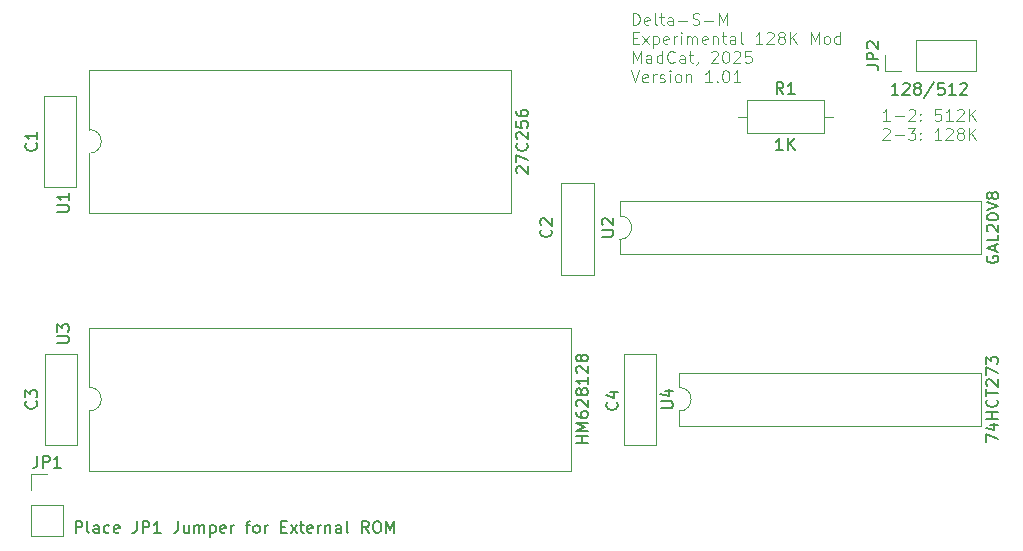
<source format=gbr>
%TF.GenerationSoftware,KiCad,Pcbnew,9.0.0*%
%TF.CreationDate,2025-03-16T01:26:31+03:00*%
%TF.ProjectId,128k_expander,3132386b-5f65-4787-9061-6e6465722e6b,rev?*%
%TF.SameCoordinates,Original*%
%TF.FileFunction,Legend,Top*%
%TF.FilePolarity,Positive*%
%FSLAX46Y46*%
G04 Gerber Fmt 4.6, Leading zero omitted, Abs format (unit mm)*
G04 Created by KiCad (PCBNEW 9.0.0) date 2025-03-16 01:26:31*
%MOMM*%
%LPD*%
G01*
G04 APERTURE LIST*
%ADD10C,0.100000*%
%ADD11C,0.150000*%
%ADD12C,0.120000*%
G04 APERTURE END LIST*
D10*
X89403884Y-93042587D02*
X89403884Y-92042587D01*
X89403884Y-92042587D02*
X89641979Y-92042587D01*
X89641979Y-92042587D02*
X89784836Y-92090206D01*
X89784836Y-92090206D02*
X89880074Y-92185444D01*
X89880074Y-92185444D02*
X89927693Y-92280682D01*
X89927693Y-92280682D02*
X89975312Y-92471158D01*
X89975312Y-92471158D02*
X89975312Y-92614015D01*
X89975312Y-92614015D02*
X89927693Y-92804491D01*
X89927693Y-92804491D02*
X89880074Y-92899729D01*
X89880074Y-92899729D02*
X89784836Y-92994968D01*
X89784836Y-92994968D02*
X89641979Y-93042587D01*
X89641979Y-93042587D02*
X89403884Y-93042587D01*
X90784836Y-92994968D02*
X90689598Y-93042587D01*
X90689598Y-93042587D02*
X90499122Y-93042587D01*
X90499122Y-93042587D02*
X90403884Y-92994968D01*
X90403884Y-92994968D02*
X90356265Y-92899729D01*
X90356265Y-92899729D02*
X90356265Y-92518777D01*
X90356265Y-92518777D02*
X90403884Y-92423539D01*
X90403884Y-92423539D02*
X90499122Y-92375920D01*
X90499122Y-92375920D02*
X90689598Y-92375920D01*
X90689598Y-92375920D02*
X90784836Y-92423539D01*
X90784836Y-92423539D02*
X90832455Y-92518777D01*
X90832455Y-92518777D02*
X90832455Y-92614015D01*
X90832455Y-92614015D02*
X90356265Y-92709253D01*
X91403884Y-93042587D02*
X91308646Y-92994968D01*
X91308646Y-92994968D02*
X91261027Y-92899729D01*
X91261027Y-92899729D02*
X91261027Y-92042587D01*
X91641980Y-92375920D02*
X92022932Y-92375920D01*
X91784837Y-92042587D02*
X91784837Y-92899729D01*
X91784837Y-92899729D02*
X91832456Y-92994968D01*
X91832456Y-92994968D02*
X91927694Y-93042587D01*
X91927694Y-93042587D02*
X92022932Y-93042587D01*
X92784837Y-93042587D02*
X92784837Y-92518777D01*
X92784837Y-92518777D02*
X92737218Y-92423539D01*
X92737218Y-92423539D02*
X92641980Y-92375920D01*
X92641980Y-92375920D02*
X92451504Y-92375920D01*
X92451504Y-92375920D02*
X92356266Y-92423539D01*
X92784837Y-92994968D02*
X92689599Y-93042587D01*
X92689599Y-93042587D02*
X92451504Y-93042587D01*
X92451504Y-93042587D02*
X92356266Y-92994968D01*
X92356266Y-92994968D02*
X92308647Y-92899729D01*
X92308647Y-92899729D02*
X92308647Y-92804491D01*
X92308647Y-92804491D02*
X92356266Y-92709253D01*
X92356266Y-92709253D02*
X92451504Y-92661634D01*
X92451504Y-92661634D02*
X92689599Y-92661634D01*
X92689599Y-92661634D02*
X92784837Y-92614015D01*
X93261028Y-92661634D02*
X94022933Y-92661634D01*
X94451504Y-92994968D02*
X94594361Y-93042587D01*
X94594361Y-93042587D02*
X94832456Y-93042587D01*
X94832456Y-93042587D02*
X94927694Y-92994968D01*
X94927694Y-92994968D02*
X94975313Y-92947348D01*
X94975313Y-92947348D02*
X95022932Y-92852110D01*
X95022932Y-92852110D02*
X95022932Y-92756872D01*
X95022932Y-92756872D02*
X94975313Y-92661634D01*
X94975313Y-92661634D02*
X94927694Y-92614015D01*
X94927694Y-92614015D02*
X94832456Y-92566396D01*
X94832456Y-92566396D02*
X94641980Y-92518777D01*
X94641980Y-92518777D02*
X94546742Y-92471158D01*
X94546742Y-92471158D02*
X94499123Y-92423539D01*
X94499123Y-92423539D02*
X94451504Y-92328301D01*
X94451504Y-92328301D02*
X94451504Y-92233063D01*
X94451504Y-92233063D02*
X94499123Y-92137825D01*
X94499123Y-92137825D02*
X94546742Y-92090206D01*
X94546742Y-92090206D02*
X94641980Y-92042587D01*
X94641980Y-92042587D02*
X94880075Y-92042587D01*
X94880075Y-92042587D02*
X95022932Y-92090206D01*
X95451504Y-92661634D02*
X96213409Y-92661634D01*
X96689599Y-93042587D02*
X96689599Y-92042587D01*
X96689599Y-92042587D02*
X97022932Y-92756872D01*
X97022932Y-92756872D02*
X97356265Y-92042587D01*
X97356265Y-92042587D02*
X97356265Y-93042587D01*
X89403884Y-94128721D02*
X89737217Y-94128721D01*
X89880074Y-94652531D02*
X89403884Y-94652531D01*
X89403884Y-94652531D02*
X89403884Y-93652531D01*
X89403884Y-93652531D02*
X89880074Y-93652531D01*
X90213408Y-94652531D02*
X90737217Y-93985864D01*
X90213408Y-93985864D02*
X90737217Y-94652531D01*
X91118170Y-93985864D02*
X91118170Y-94985864D01*
X91118170Y-94033483D02*
X91213408Y-93985864D01*
X91213408Y-93985864D02*
X91403884Y-93985864D01*
X91403884Y-93985864D02*
X91499122Y-94033483D01*
X91499122Y-94033483D02*
X91546741Y-94081102D01*
X91546741Y-94081102D02*
X91594360Y-94176340D01*
X91594360Y-94176340D02*
X91594360Y-94462054D01*
X91594360Y-94462054D02*
X91546741Y-94557292D01*
X91546741Y-94557292D02*
X91499122Y-94604912D01*
X91499122Y-94604912D02*
X91403884Y-94652531D01*
X91403884Y-94652531D02*
X91213408Y-94652531D01*
X91213408Y-94652531D02*
X91118170Y-94604912D01*
X92403884Y-94604912D02*
X92308646Y-94652531D01*
X92308646Y-94652531D02*
X92118170Y-94652531D01*
X92118170Y-94652531D02*
X92022932Y-94604912D01*
X92022932Y-94604912D02*
X91975313Y-94509673D01*
X91975313Y-94509673D02*
X91975313Y-94128721D01*
X91975313Y-94128721D02*
X92022932Y-94033483D01*
X92022932Y-94033483D02*
X92118170Y-93985864D01*
X92118170Y-93985864D02*
X92308646Y-93985864D01*
X92308646Y-93985864D02*
X92403884Y-94033483D01*
X92403884Y-94033483D02*
X92451503Y-94128721D01*
X92451503Y-94128721D02*
X92451503Y-94223959D01*
X92451503Y-94223959D02*
X91975313Y-94319197D01*
X92880075Y-94652531D02*
X92880075Y-93985864D01*
X92880075Y-94176340D02*
X92927694Y-94081102D01*
X92927694Y-94081102D02*
X92975313Y-94033483D01*
X92975313Y-94033483D02*
X93070551Y-93985864D01*
X93070551Y-93985864D02*
X93165789Y-93985864D01*
X93499123Y-94652531D02*
X93499123Y-93985864D01*
X93499123Y-93652531D02*
X93451504Y-93700150D01*
X93451504Y-93700150D02*
X93499123Y-93747769D01*
X93499123Y-93747769D02*
X93546742Y-93700150D01*
X93546742Y-93700150D02*
X93499123Y-93652531D01*
X93499123Y-93652531D02*
X93499123Y-93747769D01*
X93975313Y-94652531D02*
X93975313Y-93985864D01*
X93975313Y-94081102D02*
X94022932Y-94033483D01*
X94022932Y-94033483D02*
X94118170Y-93985864D01*
X94118170Y-93985864D02*
X94261027Y-93985864D01*
X94261027Y-93985864D02*
X94356265Y-94033483D01*
X94356265Y-94033483D02*
X94403884Y-94128721D01*
X94403884Y-94128721D02*
X94403884Y-94652531D01*
X94403884Y-94128721D02*
X94451503Y-94033483D01*
X94451503Y-94033483D02*
X94546741Y-93985864D01*
X94546741Y-93985864D02*
X94689598Y-93985864D01*
X94689598Y-93985864D02*
X94784837Y-94033483D01*
X94784837Y-94033483D02*
X94832456Y-94128721D01*
X94832456Y-94128721D02*
X94832456Y-94652531D01*
X95689598Y-94604912D02*
X95594360Y-94652531D01*
X95594360Y-94652531D02*
X95403884Y-94652531D01*
X95403884Y-94652531D02*
X95308646Y-94604912D01*
X95308646Y-94604912D02*
X95261027Y-94509673D01*
X95261027Y-94509673D02*
X95261027Y-94128721D01*
X95261027Y-94128721D02*
X95308646Y-94033483D01*
X95308646Y-94033483D02*
X95403884Y-93985864D01*
X95403884Y-93985864D02*
X95594360Y-93985864D01*
X95594360Y-93985864D02*
X95689598Y-94033483D01*
X95689598Y-94033483D02*
X95737217Y-94128721D01*
X95737217Y-94128721D02*
X95737217Y-94223959D01*
X95737217Y-94223959D02*
X95261027Y-94319197D01*
X96165789Y-93985864D02*
X96165789Y-94652531D01*
X96165789Y-94081102D02*
X96213408Y-94033483D01*
X96213408Y-94033483D02*
X96308646Y-93985864D01*
X96308646Y-93985864D02*
X96451503Y-93985864D01*
X96451503Y-93985864D02*
X96546741Y-94033483D01*
X96546741Y-94033483D02*
X96594360Y-94128721D01*
X96594360Y-94128721D02*
X96594360Y-94652531D01*
X96927694Y-93985864D02*
X97308646Y-93985864D01*
X97070551Y-93652531D02*
X97070551Y-94509673D01*
X97070551Y-94509673D02*
X97118170Y-94604912D01*
X97118170Y-94604912D02*
X97213408Y-94652531D01*
X97213408Y-94652531D02*
X97308646Y-94652531D01*
X98070551Y-94652531D02*
X98070551Y-94128721D01*
X98070551Y-94128721D02*
X98022932Y-94033483D01*
X98022932Y-94033483D02*
X97927694Y-93985864D01*
X97927694Y-93985864D02*
X97737218Y-93985864D01*
X97737218Y-93985864D02*
X97641980Y-94033483D01*
X98070551Y-94604912D02*
X97975313Y-94652531D01*
X97975313Y-94652531D02*
X97737218Y-94652531D01*
X97737218Y-94652531D02*
X97641980Y-94604912D01*
X97641980Y-94604912D02*
X97594361Y-94509673D01*
X97594361Y-94509673D02*
X97594361Y-94414435D01*
X97594361Y-94414435D02*
X97641980Y-94319197D01*
X97641980Y-94319197D02*
X97737218Y-94271578D01*
X97737218Y-94271578D02*
X97975313Y-94271578D01*
X97975313Y-94271578D02*
X98070551Y-94223959D01*
X98689599Y-94652531D02*
X98594361Y-94604912D01*
X98594361Y-94604912D02*
X98546742Y-94509673D01*
X98546742Y-94509673D02*
X98546742Y-93652531D01*
X100356266Y-94652531D02*
X99784838Y-94652531D01*
X100070552Y-94652531D02*
X100070552Y-93652531D01*
X100070552Y-93652531D02*
X99975314Y-93795388D01*
X99975314Y-93795388D02*
X99880076Y-93890626D01*
X99880076Y-93890626D02*
X99784838Y-93938245D01*
X100737219Y-93747769D02*
X100784838Y-93700150D01*
X100784838Y-93700150D02*
X100880076Y-93652531D01*
X100880076Y-93652531D02*
X101118171Y-93652531D01*
X101118171Y-93652531D02*
X101213409Y-93700150D01*
X101213409Y-93700150D02*
X101261028Y-93747769D01*
X101261028Y-93747769D02*
X101308647Y-93843007D01*
X101308647Y-93843007D02*
X101308647Y-93938245D01*
X101308647Y-93938245D02*
X101261028Y-94081102D01*
X101261028Y-94081102D02*
X100689600Y-94652531D01*
X100689600Y-94652531D02*
X101308647Y-94652531D01*
X101880076Y-94081102D02*
X101784838Y-94033483D01*
X101784838Y-94033483D02*
X101737219Y-93985864D01*
X101737219Y-93985864D02*
X101689600Y-93890626D01*
X101689600Y-93890626D02*
X101689600Y-93843007D01*
X101689600Y-93843007D02*
X101737219Y-93747769D01*
X101737219Y-93747769D02*
X101784838Y-93700150D01*
X101784838Y-93700150D02*
X101880076Y-93652531D01*
X101880076Y-93652531D02*
X102070552Y-93652531D01*
X102070552Y-93652531D02*
X102165790Y-93700150D01*
X102165790Y-93700150D02*
X102213409Y-93747769D01*
X102213409Y-93747769D02*
X102261028Y-93843007D01*
X102261028Y-93843007D02*
X102261028Y-93890626D01*
X102261028Y-93890626D02*
X102213409Y-93985864D01*
X102213409Y-93985864D02*
X102165790Y-94033483D01*
X102165790Y-94033483D02*
X102070552Y-94081102D01*
X102070552Y-94081102D02*
X101880076Y-94081102D01*
X101880076Y-94081102D02*
X101784838Y-94128721D01*
X101784838Y-94128721D02*
X101737219Y-94176340D01*
X101737219Y-94176340D02*
X101689600Y-94271578D01*
X101689600Y-94271578D02*
X101689600Y-94462054D01*
X101689600Y-94462054D02*
X101737219Y-94557292D01*
X101737219Y-94557292D02*
X101784838Y-94604912D01*
X101784838Y-94604912D02*
X101880076Y-94652531D01*
X101880076Y-94652531D02*
X102070552Y-94652531D01*
X102070552Y-94652531D02*
X102165790Y-94604912D01*
X102165790Y-94604912D02*
X102213409Y-94557292D01*
X102213409Y-94557292D02*
X102261028Y-94462054D01*
X102261028Y-94462054D02*
X102261028Y-94271578D01*
X102261028Y-94271578D02*
X102213409Y-94176340D01*
X102213409Y-94176340D02*
X102165790Y-94128721D01*
X102165790Y-94128721D02*
X102070552Y-94081102D01*
X102689600Y-94652531D02*
X102689600Y-93652531D01*
X103261028Y-94652531D02*
X102832457Y-94081102D01*
X103261028Y-93652531D02*
X102689600Y-94223959D01*
X104451505Y-94652531D02*
X104451505Y-93652531D01*
X104451505Y-93652531D02*
X104784838Y-94366816D01*
X104784838Y-94366816D02*
X105118171Y-93652531D01*
X105118171Y-93652531D02*
X105118171Y-94652531D01*
X105737219Y-94652531D02*
X105641981Y-94604912D01*
X105641981Y-94604912D02*
X105594362Y-94557292D01*
X105594362Y-94557292D02*
X105546743Y-94462054D01*
X105546743Y-94462054D02*
X105546743Y-94176340D01*
X105546743Y-94176340D02*
X105594362Y-94081102D01*
X105594362Y-94081102D02*
X105641981Y-94033483D01*
X105641981Y-94033483D02*
X105737219Y-93985864D01*
X105737219Y-93985864D02*
X105880076Y-93985864D01*
X105880076Y-93985864D02*
X105975314Y-94033483D01*
X105975314Y-94033483D02*
X106022933Y-94081102D01*
X106022933Y-94081102D02*
X106070552Y-94176340D01*
X106070552Y-94176340D02*
X106070552Y-94462054D01*
X106070552Y-94462054D02*
X106022933Y-94557292D01*
X106022933Y-94557292D02*
X105975314Y-94604912D01*
X105975314Y-94604912D02*
X105880076Y-94652531D01*
X105880076Y-94652531D02*
X105737219Y-94652531D01*
X106927695Y-94652531D02*
X106927695Y-93652531D01*
X106927695Y-94604912D02*
X106832457Y-94652531D01*
X106832457Y-94652531D02*
X106641981Y-94652531D01*
X106641981Y-94652531D02*
X106546743Y-94604912D01*
X106546743Y-94604912D02*
X106499124Y-94557292D01*
X106499124Y-94557292D02*
X106451505Y-94462054D01*
X106451505Y-94462054D02*
X106451505Y-94176340D01*
X106451505Y-94176340D02*
X106499124Y-94081102D01*
X106499124Y-94081102D02*
X106546743Y-94033483D01*
X106546743Y-94033483D02*
X106641981Y-93985864D01*
X106641981Y-93985864D02*
X106832457Y-93985864D01*
X106832457Y-93985864D02*
X106927695Y-94033483D01*
X89403884Y-96262475D02*
X89403884Y-95262475D01*
X89403884Y-95262475D02*
X89737217Y-95976760D01*
X89737217Y-95976760D02*
X90070550Y-95262475D01*
X90070550Y-95262475D02*
X90070550Y-96262475D01*
X90975312Y-96262475D02*
X90975312Y-95738665D01*
X90975312Y-95738665D02*
X90927693Y-95643427D01*
X90927693Y-95643427D02*
X90832455Y-95595808D01*
X90832455Y-95595808D02*
X90641979Y-95595808D01*
X90641979Y-95595808D02*
X90546741Y-95643427D01*
X90975312Y-96214856D02*
X90880074Y-96262475D01*
X90880074Y-96262475D02*
X90641979Y-96262475D01*
X90641979Y-96262475D02*
X90546741Y-96214856D01*
X90546741Y-96214856D02*
X90499122Y-96119617D01*
X90499122Y-96119617D02*
X90499122Y-96024379D01*
X90499122Y-96024379D02*
X90546741Y-95929141D01*
X90546741Y-95929141D02*
X90641979Y-95881522D01*
X90641979Y-95881522D02*
X90880074Y-95881522D01*
X90880074Y-95881522D02*
X90975312Y-95833903D01*
X91880074Y-96262475D02*
X91880074Y-95262475D01*
X91880074Y-96214856D02*
X91784836Y-96262475D01*
X91784836Y-96262475D02*
X91594360Y-96262475D01*
X91594360Y-96262475D02*
X91499122Y-96214856D01*
X91499122Y-96214856D02*
X91451503Y-96167236D01*
X91451503Y-96167236D02*
X91403884Y-96071998D01*
X91403884Y-96071998D02*
X91403884Y-95786284D01*
X91403884Y-95786284D02*
X91451503Y-95691046D01*
X91451503Y-95691046D02*
X91499122Y-95643427D01*
X91499122Y-95643427D02*
X91594360Y-95595808D01*
X91594360Y-95595808D02*
X91784836Y-95595808D01*
X91784836Y-95595808D02*
X91880074Y-95643427D01*
X92927693Y-96167236D02*
X92880074Y-96214856D01*
X92880074Y-96214856D02*
X92737217Y-96262475D01*
X92737217Y-96262475D02*
X92641979Y-96262475D01*
X92641979Y-96262475D02*
X92499122Y-96214856D01*
X92499122Y-96214856D02*
X92403884Y-96119617D01*
X92403884Y-96119617D02*
X92356265Y-96024379D01*
X92356265Y-96024379D02*
X92308646Y-95833903D01*
X92308646Y-95833903D02*
X92308646Y-95691046D01*
X92308646Y-95691046D02*
X92356265Y-95500570D01*
X92356265Y-95500570D02*
X92403884Y-95405332D01*
X92403884Y-95405332D02*
X92499122Y-95310094D01*
X92499122Y-95310094D02*
X92641979Y-95262475D01*
X92641979Y-95262475D02*
X92737217Y-95262475D01*
X92737217Y-95262475D02*
X92880074Y-95310094D01*
X92880074Y-95310094D02*
X92927693Y-95357713D01*
X93784836Y-96262475D02*
X93784836Y-95738665D01*
X93784836Y-95738665D02*
X93737217Y-95643427D01*
X93737217Y-95643427D02*
X93641979Y-95595808D01*
X93641979Y-95595808D02*
X93451503Y-95595808D01*
X93451503Y-95595808D02*
X93356265Y-95643427D01*
X93784836Y-96214856D02*
X93689598Y-96262475D01*
X93689598Y-96262475D02*
X93451503Y-96262475D01*
X93451503Y-96262475D02*
X93356265Y-96214856D01*
X93356265Y-96214856D02*
X93308646Y-96119617D01*
X93308646Y-96119617D02*
X93308646Y-96024379D01*
X93308646Y-96024379D02*
X93356265Y-95929141D01*
X93356265Y-95929141D02*
X93451503Y-95881522D01*
X93451503Y-95881522D02*
X93689598Y-95881522D01*
X93689598Y-95881522D02*
X93784836Y-95833903D01*
X94118170Y-95595808D02*
X94499122Y-95595808D01*
X94261027Y-95262475D02*
X94261027Y-96119617D01*
X94261027Y-96119617D02*
X94308646Y-96214856D01*
X94308646Y-96214856D02*
X94403884Y-96262475D01*
X94403884Y-96262475D02*
X94499122Y-96262475D01*
X94880075Y-96214856D02*
X94880075Y-96262475D01*
X94880075Y-96262475D02*
X94832456Y-96357713D01*
X94832456Y-96357713D02*
X94784837Y-96405332D01*
X96022932Y-95357713D02*
X96070551Y-95310094D01*
X96070551Y-95310094D02*
X96165789Y-95262475D01*
X96165789Y-95262475D02*
X96403884Y-95262475D01*
X96403884Y-95262475D02*
X96499122Y-95310094D01*
X96499122Y-95310094D02*
X96546741Y-95357713D01*
X96546741Y-95357713D02*
X96594360Y-95452951D01*
X96594360Y-95452951D02*
X96594360Y-95548189D01*
X96594360Y-95548189D02*
X96546741Y-95691046D01*
X96546741Y-95691046D02*
X95975313Y-96262475D01*
X95975313Y-96262475D02*
X96594360Y-96262475D01*
X97213408Y-95262475D02*
X97308646Y-95262475D01*
X97308646Y-95262475D02*
X97403884Y-95310094D01*
X97403884Y-95310094D02*
X97451503Y-95357713D01*
X97451503Y-95357713D02*
X97499122Y-95452951D01*
X97499122Y-95452951D02*
X97546741Y-95643427D01*
X97546741Y-95643427D02*
X97546741Y-95881522D01*
X97546741Y-95881522D02*
X97499122Y-96071998D01*
X97499122Y-96071998D02*
X97451503Y-96167236D01*
X97451503Y-96167236D02*
X97403884Y-96214856D01*
X97403884Y-96214856D02*
X97308646Y-96262475D01*
X97308646Y-96262475D02*
X97213408Y-96262475D01*
X97213408Y-96262475D02*
X97118170Y-96214856D01*
X97118170Y-96214856D02*
X97070551Y-96167236D01*
X97070551Y-96167236D02*
X97022932Y-96071998D01*
X97022932Y-96071998D02*
X96975313Y-95881522D01*
X96975313Y-95881522D02*
X96975313Y-95643427D01*
X96975313Y-95643427D02*
X97022932Y-95452951D01*
X97022932Y-95452951D02*
X97070551Y-95357713D01*
X97070551Y-95357713D02*
X97118170Y-95310094D01*
X97118170Y-95310094D02*
X97213408Y-95262475D01*
X97927694Y-95357713D02*
X97975313Y-95310094D01*
X97975313Y-95310094D02*
X98070551Y-95262475D01*
X98070551Y-95262475D02*
X98308646Y-95262475D01*
X98308646Y-95262475D02*
X98403884Y-95310094D01*
X98403884Y-95310094D02*
X98451503Y-95357713D01*
X98451503Y-95357713D02*
X98499122Y-95452951D01*
X98499122Y-95452951D02*
X98499122Y-95548189D01*
X98499122Y-95548189D02*
X98451503Y-95691046D01*
X98451503Y-95691046D02*
X97880075Y-96262475D01*
X97880075Y-96262475D02*
X98499122Y-96262475D01*
X99403884Y-95262475D02*
X98927694Y-95262475D01*
X98927694Y-95262475D02*
X98880075Y-95738665D01*
X98880075Y-95738665D02*
X98927694Y-95691046D01*
X98927694Y-95691046D02*
X99022932Y-95643427D01*
X99022932Y-95643427D02*
X99261027Y-95643427D01*
X99261027Y-95643427D02*
X99356265Y-95691046D01*
X99356265Y-95691046D02*
X99403884Y-95738665D01*
X99403884Y-95738665D02*
X99451503Y-95833903D01*
X99451503Y-95833903D02*
X99451503Y-96071998D01*
X99451503Y-96071998D02*
X99403884Y-96167236D01*
X99403884Y-96167236D02*
X99356265Y-96214856D01*
X99356265Y-96214856D02*
X99261027Y-96262475D01*
X99261027Y-96262475D02*
X99022932Y-96262475D01*
X99022932Y-96262475D02*
X98927694Y-96214856D01*
X98927694Y-96214856D02*
X98880075Y-96167236D01*
X89261027Y-96872419D02*
X89594360Y-97872419D01*
X89594360Y-97872419D02*
X89927693Y-96872419D01*
X90641979Y-97824800D02*
X90546741Y-97872419D01*
X90546741Y-97872419D02*
X90356265Y-97872419D01*
X90356265Y-97872419D02*
X90261027Y-97824800D01*
X90261027Y-97824800D02*
X90213408Y-97729561D01*
X90213408Y-97729561D02*
X90213408Y-97348609D01*
X90213408Y-97348609D02*
X90261027Y-97253371D01*
X90261027Y-97253371D02*
X90356265Y-97205752D01*
X90356265Y-97205752D02*
X90546741Y-97205752D01*
X90546741Y-97205752D02*
X90641979Y-97253371D01*
X90641979Y-97253371D02*
X90689598Y-97348609D01*
X90689598Y-97348609D02*
X90689598Y-97443847D01*
X90689598Y-97443847D02*
X90213408Y-97539085D01*
X91118170Y-97872419D02*
X91118170Y-97205752D01*
X91118170Y-97396228D02*
X91165789Y-97300990D01*
X91165789Y-97300990D02*
X91213408Y-97253371D01*
X91213408Y-97253371D02*
X91308646Y-97205752D01*
X91308646Y-97205752D02*
X91403884Y-97205752D01*
X91689599Y-97824800D02*
X91784837Y-97872419D01*
X91784837Y-97872419D02*
X91975313Y-97872419D01*
X91975313Y-97872419D02*
X92070551Y-97824800D01*
X92070551Y-97824800D02*
X92118170Y-97729561D01*
X92118170Y-97729561D02*
X92118170Y-97681942D01*
X92118170Y-97681942D02*
X92070551Y-97586704D01*
X92070551Y-97586704D02*
X91975313Y-97539085D01*
X91975313Y-97539085D02*
X91832456Y-97539085D01*
X91832456Y-97539085D02*
X91737218Y-97491466D01*
X91737218Y-97491466D02*
X91689599Y-97396228D01*
X91689599Y-97396228D02*
X91689599Y-97348609D01*
X91689599Y-97348609D02*
X91737218Y-97253371D01*
X91737218Y-97253371D02*
X91832456Y-97205752D01*
X91832456Y-97205752D02*
X91975313Y-97205752D01*
X91975313Y-97205752D02*
X92070551Y-97253371D01*
X92546742Y-97872419D02*
X92546742Y-97205752D01*
X92546742Y-96872419D02*
X92499123Y-96920038D01*
X92499123Y-96920038D02*
X92546742Y-96967657D01*
X92546742Y-96967657D02*
X92594361Y-96920038D01*
X92594361Y-96920038D02*
X92546742Y-96872419D01*
X92546742Y-96872419D02*
X92546742Y-96967657D01*
X93165789Y-97872419D02*
X93070551Y-97824800D01*
X93070551Y-97824800D02*
X93022932Y-97777180D01*
X93022932Y-97777180D02*
X92975313Y-97681942D01*
X92975313Y-97681942D02*
X92975313Y-97396228D01*
X92975313Y-97396228D02*
X93022932Y-97300990D01*
X93022932Y-97300990D02*
X93070551Y-97253371D01*
X93070551Y-97253371D02*
X93165789Y-97205752D01*
X93165789Y-97205752D02*
X93308646Y-97205752D01*
X93308646Y-97205752D02*
X93403884Y-97253371D01*
X93403884Y-97253371D02*
X93451503Y-97300990D01*
X93451503Y-97300990D02*
X93499122Y-97396228D01*
X93499122Y-97396228D02*
X93499122Y-97681942D01*
X93499122Y-97681942D02*
X93451503Y-97777180D01*
X93451503Y-97777180D02*
X93403884Y-97824800D01*
X93403884Y-97824800D02*
X93308646Y-97872419D01*
X93308646Y-97872419D02*
X93165789Y-97872419D01*
X93927694Y-97205752D02*
X93927694Y-97872419D01*
X93927694Y-97300990D02*
X93975313Y-97253371D01*
X93975313Y-97253371D02*
X94070551Y-97205752D01*
X94070551Y-97205752D02*
X94213408Y-97205752D01*
X94213408Y-97205752D02*
X94308646Y-97253371D01*
X94308646Y-97253371D02*
X94356265Y-97348609D01*
X94356265Y-97348609D02*
X94356265Y-97872419D01*
X96118170Y-97872419D02*
X95546742Y-97872419D01*
X95832456Y-97872419D02*
X95832456Y-96872419D01*
X95832456Y-96872419D02*
X95737218Y-97015276D01*
X95737218Y-97015276D02*
X95641980Y-97110514D01*
X95641980Y-97110514D02*
X95546742Y-97158133D01*
X96546742Y-97777180D02*
X96594361Y-97824800D01*
X96594361Y-97824800D02*
X96546742Y-97872419D01*
X96546742Y-97872419D02*
X96499123Y-97824800D01*
X96499123Y-97824800D02*
X96546742Y-97777180D01*
X96546742Y-97777180D02*
X96546742Y-97872419D01*
X97213408Y-96872419D02*
X97308646Y-96872419D01*
X97308646Y-96872419D02*
X97403884Y-96920038D01*
X97403884Y-96920038D02*
X97451503Y-96967657D01*
X97451503Y-96967657D02*
X97499122Y-97062895D01*
X97499122Y-97062895D02*
X97546741Y-97253371D01*
X97546741Y-97253371D02*
X97546741Y-97491466D01*
X97546741Y-97491466D02*
X97499122Y-97681942D01*
X97499122Y-97681942D02*
X97451503Y-97777180D01*
X97451503Y-97777180D02*
X97403884Y-97824800D01*
X97403884Y-97824800D02*
X97308646Y-97872419D01*
X97308646Y-97872419D02*
X97213408Y-97872419D01*
X97213408Y-97872419D02*
X97118170Y-97824800D01*
X97118170Y-97824800D02*
X97070551Y-97777180D01*
X97070551Y-97777180D02*
X97022932Y-97681942D01*
X97022932Y-97681942D02*
X96975313Y-97491466D01*
X96975313Y-97491466D02*
X96975313Y-97253371D01*
X96975313Y-97253371D02*
X97022932Y-97062895D01*
X97022932Y-97062895D02*
X97070551Y-96967657D01*
X97070551Y-96967657D02*
X97118170Y-96920038D01*
X97118170Y-96920038D02*
X97213408Y-96872419D01*
X98499122Y-97872419D02*
X97927694Y-97872419D01*
X98213408Y-97872419D02*
X98213408Y-96872419D01*
X98213408Y-96872419D02*
X98118170Y-97015276D01*
X98118170Y-97015276D02*
X98022932Y-97110514D01*
X98022932Y-97110514D02*
X97927694Y-97158133D01*
X111127693Y-101162475D02*
X110556265Y-101162475D01*
X110841979Y-101162475D02*
X110841979Y-100162475D01*
X110841979Y-100162475D02*
X110746741Y-100305332D01*
X110746741Y-100305332D02*
X110651503Y-100400570D01*
X110651503Y-100400570D02*
X110556265Y-100448189D01*
X111556265Y-100781522D02*
X112318170Y-100781522D01*
X112746741Y-100257713D02*
X112794360Y-100210094D01*
X112794360Y-100210094D02*
X112889598Y-100162475D01*
X112889598Y-100162475D02*
X113127693Y-100162475D01*
X113127693Y-100162475D02*
X113222931Y-100210094D01*
X113222931Y-100210094D02*
X113270550Y-100257713D01*
X113270550Y-100257713D02*
X113318169Y-100352951D01*
X113318169Y-100352951D02*
X113318169Y-100448189D01*
X113318169Y-100448189D02*
X113270550Y-100591046D01*
X113270550Y-100591046D02*
X112699122Y-101162475D01*
X112699122Y-101162475D02*
X113318169Y-101162475D01*
X113746741Y-101067236D02*
X113794360Y-101114856D01*
X113794360Y-101114856D02*
X113746741Y-101162475D01*
X113746741Y-101162475D02*
X113699122Y-101114856D01*
X113699122Y-101114856D02*
X113746741Y-101067236D01*
X113746741Y-101067236D02*
X113746741Y-101162475D01*
X113746741Y-100543427D02*
X113794360Y-100591046D01*
X113794360Y-100591046D02*
X113746741Y-100638665D01*
X113746741Y-100638665D02*
X113699122Y-100591046D01*
X113699122Y-100591046D02*
X113746741Y-100543427D01*
X113746741Y-100543427D02*
X113746741Y-100638665D01*
X115461026Y-100162475D02*
X114984836Y-100162475D01*
X114984836Y-100162475D02*
X114937217Y-100638665D01*
X114937217Y-100638665D02*
X114984836Y-100591046D01*
X114984836Y-100591046D02*
X115080074Y-100543427D01*
X115080074Y-100543427D02*
X115318169Y-100543427D01*
X115318169Y-100543427D02*
X115413407Y-100591046D01*
X115413407Y-100591046D02*
X115461026Y-100638665D01*
X115461026Y-100638665D02*
X115508645Y-100733903D01*
X115508645Y-100733903D02*
X115508645Y-100971998D01*
X115508645Y-100971998D02*
X115461026Y-101067236D01*
X115461026Y-101067236D02*
X115413407Y-101114856D01*
X115413407Y-101114856D02*
X115318169Y-101162475D01*
X115318169Y-101162475D02*
X115080074Y-101162475D01*
X115080074Y-101162475D02*
X114984836Y-101114856D01*
X114984836Y-101114856D02*
X114937217Y-101067236D01*
X116461026Y-101162475D02*
X115889598Y-101162475D01*
X116175312Y-101162475D02*
X116175312Y-100162475D01*
X116175312Y-100162475D02*
X116080074Y-100305332D01*
X116080074Y-100305332D02*
X115984836Y-100400570D01*
X115984836Y-100400570D02*
X115889598Y-100448189D01*
X116841979Y-100257713D02*
X116889598Y-100210094D01*
X116889598Y-100210094D02*
X116984836Y-100162475D01*
X116984836Y-100162475D02*
X117222931Y-100162475D01*
X117222931Y-100162475D02*
X117318169Y-100210094D01*
X117318169Y-100210094D02*
X117365788Y-100257713D01*
X117365788Y-100257713D02*
X117413407Y-100352951D01*
X117413407Y-100352951D02*
X117413407Y-100448189D01*
X117413407Y-100448189D02*
X117365788Y-100591046D01*
X117365788Y-100591046D02*
X116794360Y-101162475D01*
X116794360Y-101162475D02*
X117413407Y-101162475D01*
X117841979Y-101162475D02*
X117841979Y-100162475D01*
X118413407Y-101162475D02*
X117984836Y-100591046D01*
X118413407Y-100162475D02*
X117841979Y-100733903D01*
X110556265Y-101867657D02*
X110603884Y-101820038D01*
X110603884Y-101820038D02*
X110699122Y-101772419D01*
X110699122Y-101772419D02*
X110937217Y-101772419D01*
X110937217Y-101772419D02*
X111032455Y-101820038D01*
X111032455Y-101820038D02*
X111080074Y-101867657D01*
X111080074Y-101867657D02*
X111127693Y-101962895D01*
X111127693Y-101962895D02*
X111127693Y-102058133D01*
X111127693Y-102058133D02*
X111080074Y-102200990D01*
X111080074Y-102200990D02*
X110508646Y-102772419D01*
X110508646Y-102772419D02*
X111127693Y-102772419D01*
X111556265Y-102391466D02*
X112318170Y-102391466D01*
X112699122Y-101772419D02*
X113318169Y-101772419D01*
X113318169Y-101772419D02*
X112984836Y-102153371D01*
X112984836Y-102153371D02*
X113127693Y-102153371D01*
X113127693Y-102153371D02*
X113222931Y-102200990D01*
X113222931Y-102200990D02*
X113270550Y-102248609D01*
X113270550Y-102248609D02*
X113318169Y-102343847D01*
X113318169Y-102343847D02*
X113318169Y-102581942D01*
X113318169Y-102581942D02*
X113270550Y-102677180D01*
X113270550Y-102677180D02*
X113222931Y-102724800D01*
X113222931Y-102724800D02*
X113127693Y-102772419D01*
X113127693Y-102772419D02*
X112841979Y-102772419D01*
X112841979Y-102772419D02*
X112746741Y-102724800D01*
X112746741Y-102724800D02*
X112699122Y-102677180D01*
X113746741Y-102677180D02*
X113794360Y-102724800D01*
X113794360Y-102724800D02*
X113746741Y-102772419D01*
X113746741Y-102772419D02*
X113699122Y-102724800D01*
X113699122Y-102724800D02*
X113746741Y-102677180D01*
X113746741Y-102677180D02*
X113746741Y-102772419D01*
X113746741Y-102153371D02*
X113794360Y-102200990D01*
X113794360Y-102200990D02*
X113746741Y-102248609D01*
X113746741Y-102248609D02*
X113699122Y-102200990D01*
X113699122Y-102200990D02*
X113746741Y-102153371D01*
X113746741Y-102153371D02*
X113746741Y-102248609D01*
X115508645Y-102772419D02*
X114937217Y-102772419D01*
X115222931Y-102772419D02*
X115222931Y-101772419D01*
X115222931Y-101772419D02*
X115127693Y-101915276D01*
X115127693Y-101915276D02*
X115032455Y-102010514D01*
X115032455Y-102010514D02*
X114937217Y-102058133D01*
X115889598Y-101867657D02*
X115937217Y-101820038D01*
X115937217Y-101820038D02*
X116032455Y-101772419D01*
X116032455Y-101772419D02*
X116270550Y-101772419D01*
X116270550Y-101772419D02*
X116365788Y-101820038D01*
X116365788Y-101820038D02*
X116413407Y-101867657D01*
X116413407Y-101867657D02*
X116461026Y-101962895D01*
X116461026Y-101962895D02*
X116461026Y-102058133D01*
X116461026Y-102058133D02*
X116413407Y-102200990D01*
X116413407Y-102200990D02*
X115841979Y-102772419D01*
X115841979Y-102772419D02*
X116461026Y-102772419D01*
X117032455Y-102200990D02*
X116937217Y-102153371D01*
X116937217Y-102153371D02*
X116889598Y-102105752D01*
X116889598Y-102105752D02*
X116841979Y-102010514D01*
X116841979Y-102010514D02*
X116841979Y-101962895D01*
X116841979Y-101962895D02*
X116889598Y-101867657D01*
X116889598Y-101867657D02*
X116937217Y-101820038D01*
X116937217Y-101820038D02*
X117032455Y-101772419D01*
X117032455Y-101772419D02*
X117222931Y-101772419D01*
X117222931Y-101772419D02*
X117318169Y-101820038D01*
X117318169Y-101820038D02*
X117365788Y-101867657D01*
X117365788Y-101867657D02*
X117413407Y-101962895D01*
X117413407Y-101962895D02*
X117413407Y-102010514D01*
X117413407Y-102010514D02*
X117365788Y-102105752D01*
X117365788Y-102105752D02*
X117318169Y-102153371D01*
X117318169Y-102153371D02*
X117222931Y-102200990D01*
X117222931Y-102200990D02*
X117032455Y-102200990D01*
X117032455Y-102200990D02*
X116937217Y-102248609D01*
X116937217Y-102248609D02*
X116889598Y-102296228D01*
X116889598Y-102296228D02*
X116841979Y-102391466D01*
X116841979Y-102391466D02*
X116841979Y-102581942D01*
X116841979Y-102581942D02*
X116889598Y-102677180D01*
X116889598Y-102677180D02*
X116937217Y-102724800D01*
X116937217Y-102724800D02*
X117032455Y-102772419D01*
X117032455Y-102772419D02*
X117222931Y-102772419D01*
X117222931Y-102772419D02*
X117318169Y-102724800D01*
X117318169Y-102724800D02*
X117365788Y-102677180D01*
X117365788Y-102677180D02*
X117413407Y-102581942D01*
X117413407Y-102581942D02*
X117413407Y-102391466D01*
X117413407Y-102391466D02*
X117365788Y-102296228D01*
X117365788Y-102296228D02*
X117318169Y-102248609D01*
X117318169Y-102248609D02*
X117222931Y-102200990D01*
X117841979Y-102772419D02*
X117841979Y-101772419D01*
X118413407Y-102772419D02*
X117984836Y-102200990D01*
X118413407Y-101772419D02*
X117841979Y-102343847D01*
D11*
X38859580Y-103066666D02*
X38907200Y-103114285D01*
X38907200Y-103114285D02*
X38954819Y-103257142D01*
X38954819Y-103257142D02*
X38954819Y-103352380D01*
X38954819Y-103352380D02*
X38907200Y-103495237D01*
X38907200Y-103495237D02*
X38811961Y-103590475D01*
X38811961Y-103590475D02*
X38716723Y-103638094D01*
X38716723Y-103638094D02*
X38526247Y-103685713D01*
X38526247Y-103685713D02*
X38383390Y-103685713D01*
X38383390Y-103685713D02*
X38192914Y-103638094D01*
X38192914Y-103638094D02*
X38097676Y-103590475D01*
X38097676Y-103590475D02*
X38002438Y-103495237D01*
X38002438Y-103495237D02*
X37954819Y-103352380D01*
X37954819Y-103352380D02*
X37954819Y-103257142D01*
X37954819Y-103257142D02*
X38002438Y-103114285D01*
X38002438Y-103114285D02*
X38050057Y-103066666D01*
X38954819Y-102114285D02*
X38954819Y-102685713D01*
X38954819Y-102399999D02*
X37954819Y-102399999D01*
X37954819Y-102399999D02*
X38097676Y-102495237D01*
X38097676Y-102495237D02*
X38192914Y-102590475D01*
X38192914Y-102590475D02*
X38240533Y-102685713D01*
X82459580Y-110366666D02*
X82507200Y-110414285D01*
X82507200Y-110414285D02*
X82554819Y-110557142D01*
X82554819Y-110557142D02*
X82554819Y-110652380D01*
X82554819Y-110652380D02*
X82507200Y-110795237D01*
X82507200Y-110795237D02*
X82411961Y-110890475D01*
X82411961Y-110890475D02*
X82316723Y-110938094D01*
X82316723Y-110938094D02*
X82126247Y-110985713D01*
X82126247Y-110985713D02*
X81983390Y-110985713D01*
X81983390Y-110985713D02*
X81792914Y-110938094D01*
X81792914Y-110938094D02*
X81697676Y-110890475D01*
X81697676Y-110890475D02*
X81602438Y-110795237D01*
X81602438Y-110795237D02*
X81554819Y-110652380D01*
X81554819Y-110652380D02*
X81554819Y-110557142D01*
X81554819Y-110557142D02*
X81602438Y-110414285D01*
X81602438Y-110414285D02*
X81650057Y-110366666D01*
X81650057Y-109985713D02*
X81602438Y-109938094D01*
X81602438Y-109938094D02*
X81554819Y-109842856D01*
X81554819Y-109842856D02*
X81554819Y-109604761D01*
X81554819Y-109604761D02*
X81602438Y-109509523D01*
X81602438Y-109509523D02*
X81650057Y-109461904D01*
X81650057Y-109461904D02*
X81745295Y-109414285D01*
X81745295Y-109414285D02*
X81840533Y-109414285D01*
X81840533Y-109414285D02*
X81983390Y-109461904D01*
X81983390Y-109461904D02*
X82554819Y-110033332D01*
X82554819Y-110033332D02*
X82554819Y-109414285D01*
X40654819Y-119961904D02*
X41464342Y-119961904D01*
X41464342Y-119961904D02*
X41559580Y-119914285D01*
X41559580Y-119914285D02*
X41607200Y-119866666D01*
X41607200Y-119866666D02*
X41654819Y-119771428D01*
X41654819Y-119771428D02*
X41654819Y-119580952D01*
X41654819Y-119580952D02*
X41607200Y-119485714D01*
X41607200Y-119485714D02*
X41559580Y-119438095D01*
X41559580Y-119438095D02*
X41464342Y-119390476D01*
X41464342Y-119390476D02*
X40654819Y-119390476D01*
X40654819Y-119009523D02*
X40654819Y-118390476D01*
X40654819Y-118390476D02*
X41035771Y-118723809D01*
X41035771Y-118723809D02*
X41035771Y-118580952D01*
X41035771Y-118580952D02*
X41083390Y-118485714D01*
X41083390Y-118485714D02*
X41131009Y-118438095D01*
X41131009Y-118438095D02*
X41226247Y-118390476D01*
X41226247Y-118390476D02*
X41464342Y-118390476D01*
X41464342Y-118390476D02*
X41559580Y-118438095D01*
X41559580Y-118438095D02*
X41607200Y-118485714D01*
X41607200Y-118485714D02*
X41654819Y-118580952D01*
X41654819Y-118580952D02*
X41654819Y-118866666D01*
X41654819Y-118866666D02*
X41607200Y-118961904D01*
X41607200Y-118961904D02*
X41559580Y-119009523D01*
X85604819Y-128434285D02*
X84604819Y-128434285D01*
X85081009Y-128434285D02*
X85081009Y-127862857D01*
X85604819Y-127862857D02*
X84604819Y-127862857D01*
X85604819Y-127386666D02*
X84604819Y-127386666D01*
X84604819Y-127386666D02*
X85319104Y-127053333D01*
X85319104Y-127053333D02*
X84604819Y-126720000D01*
X84604819Y-126720000D02*
X85604819Y-126720000D01*
X84604819Y-125815238D02*
X84604819Y-126005714D01*
X84604819Y-126005714D02*
X84652438Y-126100952D01*
X84652438Y-126100952D02*
X84700057Y-126148571D01*
X84700057Y-126148571D02*
X84842914Y-126243809D01*
X84842914Y-126243809D02*
X85033390Y-126291428D01*
X85033390Y-126291428D02*
X85414342Y-126291428D01*
X85414342Y-126291428D02*
X85509580Y-126243809D01*
X85509580Y-126243809D02*
X85557200Y-126196190D01*
X85557200Y-126196190D02*
X85604819Y-126100952D01*
X85604819Y-126100952D02*
X85604819Y-125910476D01*
X85604819Y-125910476D02*
X85557200Y-125815238D01*
X85557200Y-125815238D02*
X85509580Y-125767619D01*
X85509580Y-125767619D02*
X85414342Y-125720000D01*
X85414342Y-125720000D02*
X85176247Y-125720000D01*
X85176247Y-125720000D02*
X85081009Y-125767619D01*
X85081009Y-125767619D02*
X85033390Y-125815238D01*
X85033390Y-125815238D02*
X84985771Y-125910476D01*
X84985771Y-125910476D02*
X84985771Y-126100952D01*
X84985771Y-126100952D02*
X85033390Y-126196190D01*
X85033390Y-126196190D02*
X85081009Y-126243809D01*
X85081009Y-126243809D02*
X85176247Y-126291428D01*
X84700057Y-125339047D02*
X84652438Y-125291428D01*
X84652438Y-125291428D02*
X84604819Y-125196190D01*
X84604819Y-125196190D02*
X84604819Y-124958095D01*
X84604819Y-124958095D02*
X84652438Y-124862857D01*
X84652438Y-124862857D02*
X84700057Y-124815238D01*
X84700057Y-124815238D02*
X84795295Y-124767619D01*
X84795295Y-124767619D02*
X84890533Y-124767619D01*
X84890533Y-124767619D02*
X85033390Y-124815238D01*
X85033390Y-124815238D02*
X85604819Y-125386666D01*
X85604819Y-125386666D02*
X85604819Y-124767619D01*
X85033390Y-124196190D02*
X84985771Y-124291428D01*
X84985771Y-124291428D02*
X84938152Y-124339047D01*
X84938152Y-124339047D02*
X84842914Y-124386666D01*
X84842914Y-124386666D02*
X84795295Y-124386666D01*
X84795295Y-124386666D02*
X84700057Y-124339047D01*
X84700057Y-124339047D02*
X84652438Y-124291428D01*
X84652438Y-124291428D02*
X84604819Y-124196190D01*
X84604819Y-124196190D02*
X84604819Y-124005714D01*
X84604819Y-124005714D02*
X84652438Y-123910476D01*
X84652438Y-123910476D02*
X84700057Y-123862857D01*
X84700057Y-123862857D02*
X84795295Y-123815238D01*
X84795295Y-123815238D02*
X84842914Y-123815238D01*
X84842914Y-123815238D02*
X84938152Y-123862857D01*
X84938152Y-123862857D02*
X84985771Y-123910476D01*
X84985771Y-123910476D02*
X85033390Y-124005714D01*
X85033390Y-124005714D02*
X85033390Y-124196190D01*
X85033390Y-124196190D02*
X85081009Y-124291428D01*
X85081009Y-124291428D02*
X85128628Y-124339047D01*
X85128628Y-124339047D02*
X85223866Y-124386666D01*
X85223866Y-124386666D02*
X85414342Y-124386666D01*
X85414342Y-124386666D02*
X85509580Y-124339047D01*
X85509580Y-124339047D02*
X85557200Y-124291428D01*
X85557200Y-124291428D02*
X85604819Y-124196190D01*
X85604819Y-124196190D02*
X85604819Y-124005714D01*
X85604819Y-124005714D02*
X85557200Y-123910476D01*
X85557200Y-123910476D02*
X85509580Y-123862857D01*
X85509580Y-123862857D02*
X85414342Y-123815238D01*
X85414342Y-123815238D02*
X85223866Y-123815238D01*
X85223866Y-123815238D02*
X85128628Y-123862857D01*
X85128628Y-123862857D02*
X85081009Y-123910476D01*
X85081009Y-123910476D02*
X85033390Y-124005714D01*
X85604819Y-122862857D02*
X85604819Y-123434285D01*
X85604819Y-123148571D02*
X84604819Y-123148571D01*
X84604819Y-123148571D02*
X84747676Y-123243809D01*
X84747676Y-123243809D02*
X84842914Y-123339047D01*
X84842914Y-123339047D02*
X84890533Y-123434285D01*
X84700057Y-122481904D02*
X84652438Y-122434285D01*
X84652438Y-122434285D02*
X84604819Y-122339047D01*
X84604819Y-122339047D02*
X84604819Y-122100952D01*
X84604819Y-122100952D02*
X84652438Y-122005714D01*
X84652438Y-122005714D02*
X84700057Y-121958095D01*
X84700057Y-121958095D02*
X84795295Y-121910476D01*
X84795295Y-121910476D02*
X84890533Y-121910476D01*
X84890533Y-121910476D02*
X85033390Y-121958095D01*
X85033390Y-121958095D02*
X85604819Y-122529523D01*
X85604819Y-122529523D02*
X85604819Y-121910476D01*
X85033390Y-121339047D02*
X84985771Y-121434285D01*
X84985771Y-121434285D02*
X84938152Y-121481904D01*
X84938152Y-121481904D02*
X84842914Y-121529523D01*
X84842914Y-121529523D02*
X84795295Y-121529523D01*
X84795295Y-121529523D02*
X84700057Y-121481904D01*
X84700057Y-121481904D02*
X84652438Y-121434285D01*
X84652438Y-121434285D02*
X84604819Y-121339047D01*
X84604819Y-121339047D02*
X84604819Y-121148571D01*
X84604819Y-121148571D02*
X84652438Y-121053333D01*
X84652438Y-121053333D02*
X84700057Y-121005714D01*
X84700057Y-121005714D02*
X84795295Y-120958095D01*
X84795295Y-120958095D02*
X84842914Y-120958095D01*
X84842914Y-120958095D02*
X84938152Y-121005714D01*
X84938152Y-121005714D02*
X84985771Y-121053333D01*
X84985771Y-121053333D02*
X85033390Y-121148571D01*
X85033390Y-121148571D02*
X85033390Y-121339047D01*
X85033390Y-121339047D02*
X85081009Y-121434285D01*
X85081009Y-121434285D02*
X85128628Y-121481904D01*
X85128628Y-121481904D02*
X85223866Y-121529523D01*
X85223866Y-121529523D02*
X85414342Y-121529523D01*
X85414342Y-121529523D02*
X85509580Y-121481904D01*
X85509580Y-121481904D02*
X85557200Y-121434285D01*
X85557200Y-121434285D02*
X85604819Y-121339047D01*
X85604819Y-121339047D02*
X85604819Y-121148571D01*
X85604819Y-121148571D02*
X85557200Y-121053333D01*
X85557200Y-121053333D02*
X85509580Y-121005714D01*
X85509580Y-121005714D02*
X85414342Y-120958095D01*
X85414342Y-120958095D02*
X85223866Y-120958095D01*
X85223866Y-120958095D02*
X85128628Y-121005714D01*
X85128628Y-121005714D02*
X85081009Y-121053333D01*
X85081009Y-121053333D02*
X85033390Y-121148571D01*
X40654819Y-108861904D02*
X41464342Y-108861904D01*
X41464342Y-108861904D02*
X41559580Y-108814285D01*
X41559580Y-108814285D02*
X41607200Y-108766666D01*
X41607200Y-108766666D02*
X41654819Y-108671428D01*
X41654819Y-108671428D02*
X41654819Y-108480952D01*
X41654819Y-108480952D02*
X41607200Y-108385714D01*
X41607200Y-108385714D02*
X41559580Y-108338095D01*
X41559580Y-108338095D02*
X41464342Y-108290476D01*
X41464342Y-108290476D02*
X40654819Y-108290476D01*
X41654819Y-107290476D02*
X41654819Y-107861904D01*
X41654819Y-107576190D02*
X40654819Y-107576190D01*
X40654819Y-107576190D02*
X40797676Y-107671428D01*
X40797676Y-107671428D02*
X40892914Y-107766666D01*
X40892914Y-107766666D02*
X40940533Y-107861904D01*
X79620057Y-105585475D02*
X79572438Y-105537856D01*
X79572438Y-105537856D02*
X79524819Y-105442618D01*
X79524819Y-105442618D02*
X79524819Y-105204523D01*
X79524819Y-105204523D02*
X79572438Y-105109285D01*
X79572438Y-105109285D02*
X79620057Y-105061666D01*
X79620057Y-105061666D02*
X79715295Y-105014047D01*
X79715295Y-105014047D02*
X79810533Y-105014047D01*
X79810533Y-105014047D02*
X79953390Y-105061666D01*
X79953390Y-105061666D02*
X80524819Y-105633094D01*
X80524819Y-105633094D02*
X80524819Y-105014047D01*
X79524819Y-104680713D02*
X79524819Y-104014047D01*
X79524819Y-104014047D02*
X80524819Y-104442618D01*
X80429580Y-103061666D02*
X80477200Y-103109285D01*
X80477200Y-103109285D02*
X80524819Y-103252142D01*
X80524819Y-103252142D02*
X80524819Y-103347380D01*
X80524819Y-103347380D02*
X80477200Y-103490237D01*
X80477200Y-103490237D02*
X80381961Y-103585475D01*
X80381961Y-103585475D02*
X80286723Y-103633094D01*
X80286723Y-103633094D02*
X80096247Y-103680713D01*
X80096247Y-103680713D02*
X79953390Y-103680713D01*
X79953390Y-103680713D02*
X79762914Y-103633094D01*
X79762914Y-103633094D02*
X79667676Y-103585475D01*
X79667676Y-103585475D02*
X79572438Y-103490237D01*
X79572438Y-103490237D02*
X79524819Y-103347380D01*
X79524819Y-103347380D02*
X79524819Y-103252142D01*
X79524819Y-103252142D02*
X79572438Y-103109285D01*
X79572438Y-103109285D02*
X79620057Y-103061666D01*
X79620057Y-102680713D02*
X79572438Y-102633094D01*
X79572438Y-102633094D02*
X79524819Y-102537856D01*
X79524819Y-102537856D02*
X79524819Y-102299761D01*
X79524819Y-102299761D02*
X79572438Y-102204523D01*
X79572438Y-102204523D02*
X79620057Y-102156904D01*
X79620057Y-102156904D02*
X79715295Y-102109285D01*
X79715295Y-102109285D02*
X79810533Y-102109285D01*
X79810533Y-102109285D02*
X79953390Y-102156904D01*
X79953390Y-102156904D02*
X80524819Y-102728332D01*
X80524819Y-102728332D02*
X80524819Y-102109285D01*
X79524819Y-101204523D02*
X79524819Y-101680713D01*
X79524819Y-101680713D02*
X80001009Y-101728332D01*
X80001009Y-101728332D02*
X79953390Y-101680713D01*
X79953390Y-101680713D02*
X79905771Y-101585475D01*
X79905771Y-101585475D02*
X79905771Y-101347380D01*
X79905771Y-101347380D02*
X79953390Y-101252142D01*
X79953390Y-101252142D02*
X80001009Y-101204523D01*
X80001009Y-101204523D02*
X80096247Y-101156904D01*
X80096247Y-101156904D02*
X80334342Y-101156904D01*
X80334342Y-101156904D02*
X80429580Y-101204523D01*
X80429580Y-101204523D02*
X80477200Y-101252142D01*
X80477200Y-101252142D02*
X80524819Y-101347380D01*
X80524819Y-101347380D02*
X80524819Y-101585475D01*
X80524819Y-101585475D02*
X80477200Y-101680713D01*
X80477200Y-101680713D02*
X80429580Y-101728332D01*
X79524819Y-100299761D02*
X79524819Y-100490237D01*
X79524819Y-100490237D02*
X79572438Y-100585475D01*
X79572438Y-100585475D02*
X79620057Y-100633094D01*
X79620057Y-100633094D02*
X79762914Y-100728332D01*
X79762914Y-100728332D02*
X79953390Y-100775951D01*
X79953390Y-100775951D02*
X80334342Y-100775951D01*
X80334342Y-100775951D02*
X80429580Y-100728332D01*
X80429580Y-100728332D02*
X80477200Y-100680713D01*
X80477200Y-100680713D02*
X80524819Y-100585475D01*
X80524819Y-100585475D02*
X80524819Y-100394999D01*
X80524819Y-100394999D02*
X80477200Y-100299761D01*
X80477200Y-100299761D02*
X80429580Y-100252142D01*
X80429580Y-100252142D02*
X80334342Y-100204523D01*
X80334342Y-100204523D02*
X80096247Y-100204523D01*
X80096247Y-100204523D02*
X80001009Y-100252142D01*
X80001009Y-100252142D02*
X79953390Y-100299761D01*
X79953390Y-100299761D02*
X79905771Y-100394999D01*
X79905771Y-100394999D02*
X79905771Y-100585475D01*
X79905771Y-100585475D02*
X79953390Y-100680713D01*
X79953390Y-100680713D02*
X80001009Y-100728332D01*
X80001009Y-100728332D02*
X80096247Y-100775951D01*
X88039580Y-124991666D02*
X88087200Y-125039285D01*
X88087200Y-125039285D02*
X88134819Y-125182142D01*
X88134819Y-125182142D02*
X88134819Y-125277380D01*
X88134819Y-125277380D02*
X88087200Y-125420237D01*
X88087200Y-125420237D02*
X87991961Y-125515475D01*
X87991961Y-125515475D02*
X87896723Y-125563094D01*
X87896723Y-125563094D02*
X87706247Y-125610713D01*
X87706247Y-125610713D02*
X87563390Y-125610713D01*
X87563390Y-125610713D02*
X87372914Y-125563094D01*
X87372914Y-125563094D02*
X87277676Y-125515475D01*
X87277676Y-125515475D02*
X87182438Y-125420237D01*
X87182438Y-125420237D02*
X87134819Y-125277380D01*
X87134819Y-125277380D02*
X87134819Y-125182142D01*
X87134819Y-125182142D02*
X87182438Y-125039285D01*
X87182438Y-125039285D02*
X87230057Y-124991666D01*
X87468152Y-124134523D02*
X88134819Y-124134523D01*
X87087200Y-124372618D02*
X87801485Y-124610713D01*
X87801485Y-124610713D02*
X87801485Y-123991666D01*
X38859580Y-124891666D02*
X38907200Y-124939285D01*
X38907200Y-124939285D02*
X38954819Y-125082142D01*
X38954819Y-125082142D02*
X38954819Y-125177380D01*
X38954819Y-125177380D02*
X38907200Y-125320237D01*
X38907200Y-125320237D02*
X38811961Y-125415475D01*
X38811961Y-125415475D02*
X38716723Y-125463094D01*
X38716723Y-125463094D02*
X38526247Y-125510713D01*
X38526247Y-125510713D02*
X38383390Y-125510713D01*
X38383390Y-125510713D02*
X38192914Y-125463094D01*
X38192914Y-125463094D02*
X38097676Y-125415475D01*
X38097676Y-125415475D02*
X38002438Y-125320237D01*
X38002438Y-125320237D02*
X37954819Y-125177380D01*
X37954819Y-125177380D02*
X37954819Y-125082142D01*
X37954819Y-125082142D02*
X38002438Y-124939285D01*
X38002438Y-124939285D02*
X38050057Y-124891666D01*
X37954819Y-124558332D02*
X37954819Y-123939285D01*
X37954819Y-123939285D02*
X38335771Y-124272618D01*
X38335771Y-124272618D02*
X38335771Y-124129761D01*
X38335771Y-124129761D02*
X38383390Y-124034523D01*
X38383390Y-124034523D02*
X38431009Y-123986904D01*
X38431009Y-123986904D02*
X38526247Y-123939285D01*
X38526247Y-123939285D02*
X38764342Y-123939285D01*
X38764342Y-123939285D02*
X38859580Y-123986904D01*
X38859580Y-123986904D02*
X38907200Y-124034523D01*
X38907200Y-124034523D02*
X38954819Y-124129761D01*
X38954819Y-124129761D02*
X38954819Y-124415475D01*
X38954819Y-124415475D02*
X38907200Y-124510713D01*
X38907200Y-124510713D02*
X38859580Y-124558332D01*
X109184819Y-96433333D02*
X109899104Y-96433333D01*
X109899104Y-96433333D02*
X110041961Y-96480952D01*
X110041961Y-96480952D02*
X110137200Y-96576190D01*
X110137200Y-96576190D02*
X110184819Y-96719047D01*
X110184819Y-96719047D02*
X110184819Y-96814285D01*
X110184819Y-95957142D02*
X109184819Y-95957142D01*
X109184819Y-95957142D02*
X109184819Y-95576190D01*
X109184819Y-95576190D02*
X109232438Y-95480952D01*
X109232438Y-95480952D02*
X109280057Y-95433333D01*
X109280057Y-95433333D02*
X109375295Y-95385714D01*
X109375295Y-95385714D02*
X109518152Y-95385714D01*
X109518152Y-95385714D02*
X109613390Y-95433333D01*
X109613390Y-95433333D02*
X109661009Y-95480952D01*
X109661009Y-95480952D02*
X109708628Y-95576190D01*
X109708628Y-95576190D02*
X109708628Y-95957142D01*
X109280057Y-95004761D02*
X109232438Y-94957142D01*
X109232438Y-94957142D02*
X109184819Y-94861904D01*
X109184819Y-94861904D02*
X109184819Y-94623809D01*
X109184819Y-94623809D02*
X109232438Y-94528571D01*
X109232438Y-94528571D02*
X109280057Y-94480952D01*
X109280057Y-94480952D02*
X109375295Y-94433333D01*
X109375295Y-94433333D02*
X109470533Y-94433333D01*
X109470533Y-94433333D02*
X109613390Y-94480952D01*
X109613390Y-94480952D02*
X110184819Y-95052380D01*
X110184819Y-95052380D02*
X110184819Y-94433333D01*
X111880952Y-98954819D02*
X111309524Y-98954819D01*
X111595238Y-98954819D02*
X111595238Y-97954819D01*
X111595238Y-97954819D02*
X111500000Y-98097676D01*
X111500000Y-98097676D02*
X111404762Y-98192914D01*
X111404762Y-98192914D02*
X111309524Y-98240533D01*
X112261905Y-98050057D02*
X112309524Y-98002438D01*
X112309524Y-98002438D02*
X112404762Y-97954819D01*
X112404762Y-97954819D02*
X112642857Y-97954819D01*
X112642857Y-97954819D02*
X112738095Y-98002438D01*
X112738095Y-98002438D02*
X112785714Y-98050057D01*
X112785714Y-98050057D02*
X112833333Y-98145295D01*
X112833333Y-98145295D02*
X112833333Y-98240533D01*
X112833333Y-98240533D02*
X112785714Y-98383390D01*
X112785714Y-98383390D02*
X112214286Y-98954819D01*
X112214286Y-98954819D02*
X112833333Y-98954819D01*
X113404762Y-98383390D02*
X113309524Y-98335771D01*
X113309524Y-98335771D02*
X113261905Y-98288152D01*
X113261905Y-98288152D02*
X113214286Y-98192914D01*
X113214286Y-98192914D02*
X113214286Y-98145295D01*
X113214286Y-98145295D02*
X113261905Y-98050057D01*
X113261905Y-98050057D02*
X113309524Y-98002438D01*
X113309524Y-98002438D02*
X113404762Y-97954819D01*
X113404762Y-97954819D02*
X113595238Y-97954819D01*
X113595238Y-97954819D02*
X113690476Y-98002438D01*
X113690476Y-98002438D02*
X113738095Y-98050057D01*
X113738095Y-98050057D02*
X113785714Y-98145295D01*
X113785714Y-98145295D02*
X113785714Y-98192914D01*
X113785714Y-98192914D02*
X113738095Y-98288152D01*
X113738095Y-98288152D02*
X113690476Y-98335771D01*
X113690476Y-98335771D02*
X113595238Y-98383390D01*
X113595238Y-98383390D02*
X113404762Y-98383390D01*
X113404762Y-98383390D02*
X113309524Y-98431009D01*
X113309524Y-98431009D02*
X113261905Y-98478628D01*
X113261905Y-98478628D02*
X113214286Y-98573866D01*
X113214286Y-98573866D02*
X113214286Y-98764342D01*
X113214286Y-98764342D02*
X113261905Y-98859580D01*
X113261905Y-98859580D02*
X113309524Y-98907200D01*
X113309524Y-98907200D02*
X113404762Y-98954819D01*
X113404762Y-98954819D02*
X113595238Y-98954819D01*
X113595238Y-98954819D02*
X113690476Y-98907200D01*
X113690476Y-98907200D02*
X113738095Y-98859580D01*
X113738095Y-98859580D02*
X113785714Y-98764342D01*
X113785714Y-98764342D02*
X113785714Y-98573866D01*
X113785714Y-98573866D02*
X113738095Y-98478628D01*
X113738095Y-98478628D02*
X113690476Y-98431009D01*
X113690476Y-98431009D02*
X113595238Y-98383390D01*
X114928571Y-97907200D02*
X114071429Y-99192914D01*
X115738095Y-97954819D02*
X115261905Y-97954819D01*
X115261905Y-97954819D02*
X115214286Y-98431009D01*
X115214286Y-98431009D02*
X115261905Y-98383390D01*
X115261905Y-98383390D02*
X115357143Y-98335771D01*
X115357143Y-98335771D02*
X115595238Y-98335771D01*
X115595238Y-98335771D02*
X115690476Y-98383390D01*
X115690476Y-98383390D02*
X115738095Y-98431009D01*
X115738095Y-98431009D02*
X115785714Y-98526247D01*
X115785714Y-98526247D02*
X115785714Y-98764342D01*
X115785714Y-98764342D02*
X115738095Y-98859580D01*
X115738095Y-98859580D02*
X115690476Y-98907200D01*
X115690476Y-98907200D02*
X115595238Y-98954819D01*
X115595238Y-98954819D02*
X115357143Y-98954819D01*
X115357143Y-98954819D02*
X115261905Y-98907200D01*
X115261905Y-98907200D02*
X115214286Y-98859580D01*
X116738095Y-98954819D02*
X116166667Y-98954819D01*
X116452381Y-98954819D02*
X116452381Y-97954819D01*
X116452381Y-97954819D02*
X116357143Y-98097676D01*
X116357143Y-98097676D02*
X116261905Y-98192914D01*
X116261905Y-98192914D02*
X116166667Y-98240533D01*
X117119048Y-98050057D02*
X117166667Y-98002438D01*
X117166667Y-98002438D02*
X117261905Y-97954819D01*
X117261905Y-97954819D02*
X117500000Y-97954819D01*
X117500000Y-97954819D02*
X117595238Y-98002438D01*
X117595238Y-98002438D02*
X117642857Y-98050057D01*
X117642857Y-98050057D02*
X117690476Y-98145295D01*
X117690476Y-98145295D02*
X117690476Y-98240533D01*
X117690476Y-98240533D02*
X117642857Y-98383390D01*
X117642857Y-98383390D02*
X117071429Y-98954819D01*
X117071429Y-98954819D02*
X117690476Y-98954819D01*
X86744819Y-110951904D02*
X87554342Y-110951904D01*
X87554342Y-110951904D02*
X87649580Y-110904285D01*
X87649580Y-110904285D02*
X87697200Y-110856666D01*
X87697200Y-110856666D02*
X87744819Y-110761428D01*
X87744819Y-110761428D02*
X87744819Y-110570952D01*
X87744819Y-110570952D02*
X87697200Y-110475714D01*
X87697200Y-110475714D02*
X87649580Y-110428095D01*
X87649580Y-110428095D02*
X87554342Y-110380476D01*
X87554342Y-110380476D02*
X86744819Y-110380476D01*
X86840057Y-109951904D02*
X86792438Y-109904285D01*
X86792438Y-109904285D02*
X86744819Y-109809047D01*
X86744819Y-109809047D02*
X86744819Y-109570952D01*
X86744819Y-109570952D02*
X86792438Y-109475714D01*
X86792438Y-109475714D02*
X86840057Y-109428095D01*
X86840057Y-109428095D02*
X86935295Y-109380476D01*
X86935295Y-109380476D02*
X87030533Y-109380476D01*
X87030533Y-109380476D02*
X87173390Y-109428095D01*
X87173390Y-109428095D02*
X87744819Y-109999523D01*
X87744819Y-109999523D02*
X87744819Y-109380476D01*
X119392438Y-112618571D02*
X119344819Y-112713809D01*
X119344819Y-112713809D02*
X119344819Y-112856666D01*
X119344819Y-112856666D02*
X119392438Y-112999523D01*
X119392438Y-112999523D02*
X119487676Y-113094761D01*
X119487676Y-113094761D02*
X119582914Y-113142380D01*
X119582914Y-113142380D02*
X119773390Y-113189999D01*
X119773390Y-113189999D02*
X119916247Y-113189999D01*
X119916247Y-113189999D02*
X120106723Y-113142380D01*
X120106723Y-113142380D02*
X120201961Y-113094761D01*
X120201961Y-113094761D02*
X120297200Y-112999523D01*
X120297200Y-112999523D02*
X120344819Y-112856666D01*
X120344819Y-112856666D02*
X120344819Y-112761428D01*
X120344819Y-112761428D02*
X120297200Y-112618571D01*
X120297200Y-112618571D02*
X120249580Y-112570952D01*
X120249580Y-112570952D02*
X119916247Y-112570952D01*
X119916247Y-112570952D02*
X119916247Y-112761428D01*
X120059104Y-112189999D02*
X120059104Y-111713809D01*
X120344819Y-112285237D02*
X119344819Y-111951904D01*
X119344819Y-111951904D02*
X120344819Y-111618571D01*
X120344819Y-110809047D02*
X120344819Y-111285237D01*
X120344819Y-111285237D02*
X119344819Y-111285237D01*
X119440057Y-110523332D02*
X119392438Y-110475713D01*
X119392438Y-110475713D02*
X119344819Y-110380475D01*
X119344819Y-110380475D02*
X119344819Y-110142380D01*
X119344819Y-110142380D02*
X119392438Y-110047142D01*
X119392438Y-110047142D02*
X119440057Y-109999523D01*
X119440057Y-109999523D02*
X119535295Y-109951904D01*
X119535295Y-109951904D02*
X119630533Y-109951904D01*
X119630533Y-109951904D02*
X119773390Y-109999523D01*
X119773390Y-109999523D02*
X120344819Y-110570951D01*
X120344819Y-110570951D02*
X120344819Y-109951904D01*
X119344819Y-109332856D02*
X119344819Y-109237618D01*
X119344819Y-109237618D02*
X119392438Y-109142380D01*
X119392438Y-109142380D02*
X119440057Y-109094761D01*
X119440057Y-109094761D02*
X119535295Y-109047142D01*
X119535295Y-109047142D02*
X119725771Y-108999523D01*
X119725771Y-108999523D02*
X119963866Y-108999523D01*
X119963866Y-108999523D02*
X120154342Y-109047142D01*
X120154342Y-109047142D02*
X120249580Y-109094761D01*
X120249580Y-109094761D02*
X120297200Y-109142380D01*
X120297200Y-109142380D02*
X120344819Y-109237618D01*
X120344819Y-109237618D02*
X120344819Y-109332856D01*
X120344819Y-109332856D02*
X120297200Y-109428094D01*
X120297200Y-109428094D02*
X120249580Y-109475713D01*
X120249580Y-109475713D02*
X120154342Y-109523332D01*
X120154342Y-109523332D02*
X119963866Y-109570951D01*
X119963866Y-109570951D02*
X119725771Y-109570951D01*
X119725771Y-109570951D02*
X119535295Y-109523332D01*
X119535295Y-109523332D02*
X119440057Y-109475713D01*
X119440057Y-109475713D02*
X119392438Y-109428094D01*
X119392438Y-109428094D02*
X119344819Y-109332856D01*
X119344819Y-108713808D02*
X120344819Y-108380475D01*
X120344819Y-108380475D02*
X119344819Y-108047142D01*
X119773390Y-107570951D02*
X119725771Y-107666189D01*
X119725771Y-107666189D02*
X119678152Y-107713808D01*
X119678152Y-107713808D02*
X119582914Y-107761427D01*
X119582914Y-107761427D02*
X119535295Y-107761427D01*
X119535295Y-107761427D02*
X119440057Y-107713808D01*
X119440057Y-107713808D02*
X119392438Y-107666189D01*
X119392438Y-107666189D02*
X119344819Y-107570951D01*
X119344819Y-107570951D02*
X119344819Y-107380475D01*
X119344819Y-107380475D02*
X119392438Y-107285237D01*
X119392438Y-107285237D02*
X119440057Y-107237618D01*
X119440057Y-107237618D02*
X119535295Y-107189999D01*
X119535295Y-107189999D02*
X119582914Y-107189999D01*
X119582914Y-107189999D02*
X119678152Y-107237618D01*
X119678152Y-107237618D02*
X119725771Y-107285237D01*
X119725771Y-107285237D02*
X119773390Y-107380475D01*
X119773390Y-107380475D02*
X119773390Y-107570951D01*
X119773390Y-107570951D02*
X119821009Y-107666189D01*
X119821009Y-107666189D02*
X119868628Y-107713808D01*
X119868628Y-107713808D02*
X119963866Y-107761427D01*
X119963866Y-107761427D02*
X120154342Y-107761427D01*
X120154342Y-107761427D02*
X120249580Y-107713808D01*
X120249580Y-107713808D02*
X120297200Y-107666189D01*
X120297200Y-107666189D02*
X120344819Y-107570951D01*
X120344819Y-107570951D02*
X120344819Y-107380475D01*
X120344819Y-107380475D02*
X120297200Y-107285237D01*
X120297200Y-107285237D02*
X120249580Y-107237618D01*
X120249580Y-107237618D02*
X120154342Y-107189999D01*
X120154342Y-107189999D02*
X119963866Y-107189999D01*
X119963866Y-107189999D02*
X119868628Y-107237618D01*
X119868628Y-107237618D02*
X119821009Y-107285237D01*
X119821009Y-107285237D02*
X119773390Y-107380475D01*
X38966666Y-129524819D02*
X38966666Y-130239104D01*
X38966666Y-130239104D02*
X38919047Y-130381961D01*
X38919047Y-130381961D02*
X38823809Y-130477200D01*
X38823809Y-130477200D02*
X38680952Y-130524819D01*
X38680952Y-130524819D02*
X38585714Y-130524819D01*
X39442857Y-130524819D02*
X39442857Y-129524819D01*
X39442857Y-129524819D02*
X39823809Y-129524819D01*
X39823809Y-129524819D02*
X39919047Y-129572438D01*
X39919047Y-129572438D02*
X39966666Y-129620057D01*
X39966666Y-129620057D02*
X40014285Y-129715295D01*
X40014285Y-129715295D02*
X40014285Y-129858152D01*
X40014285Y-129858152D02*
X39966666Y-129953390D01*
X39966666Y-129953390D02*
X39919047Y-130001009D01*
X39919047Y-130001009D02*
X39823809Y-130048628D01*
X39823809Y-130048628D02*
X39442857Y-130048628D01*
X40966666Y-130524819D02*
X40395238Y-130524819D01*
X40680952Y-130524819D02*
X40680952Y-129524819D01*
X40680952Y-129524819D02*
X40585714Y-129667676D01*
X40585714Y-129667676D02*
X40490476Y-129762914D01*
X40490476Y-129762914D02*
X40395238Y-129810533D01*
X42223807Y-136054819D02*
X42223807Y-135054819D01*
X42223807Y-135054819D02*
X42604759Y-135054819D01*
X42604759Y-135054819D02*
X42699997Y-135102438D01*
X42699997Y-135102438D02*
X42747616Y-135150057D01*
X42747616Y-135150057D02*
X42795235Y-135245295D01*
X42795235Y-135245295D02*
X42795235Y-135388152D01*
X42795235Y-135388152D02*
X42747616Y-135483390D01*
X42747616Y-135483390D02*
X42699997Y-135531009D01*
X42699997Y-135531009D02*
X42604759Y-135578628D01*
X42604759Y-135578628D02*
X42223807Y-135578628D01*
X43366664Y-136054819D02*
X43271426Y-136007200D01*
X43271426Y-136007200D02*
X43223807Y-135911961D01*
X43223807Y-135911961D02*
X43223807Y-135054819D01*
X44176188Y-136054819D02*
X44176188Y-135531009D01*
X44176188Y-135531009D02*
X44128569Y-135435771D01*
X44128569Y-135435771D02*
X44033331Y-135388152D01*
X44033331Y-135388152D02*
X43842855Y-135388152D01*
X43842855Y-135388152D02*
X43747617Y-135435771D01*
X44176188Y-136007200D02*
X44080950Y-136054819D01*
X44080950Y-136054819D02*
X43842855Y-136054819D01*
X43842855Y-136054819D02*
X43747617Y-136007200D01*
X43747617Y-136007200D02*
X43699998Y-135911961D01*
X43699998Y-135911961D02*
X43699998Y-135816723D01*
X43699998Y-135816723D02*
X43747617Y-135721485D01*
X43747617Y-135721485D02*
X43842855Y-135673866D01*
X43842855Y-135673866D02*
X44080950Y-135673866D01*
X44080950Y-135673866D02*
X44176188Y-135626247D01*
X45080950Y-136007200D02*
X44985712Y-136054819D01*
X44985712Y-136054819D02*
X44795236Y-136054819D01*
X44795236Y-136054819D02*
X44699998Y-136007200D01*
X44699998Y-136007200D02*
X44652379Y-135959580D01*
X44652379Y-135959580D02*
X44604760Y-135864342D01*
X44604760Y-135864342D02*
X44604760Y-135578628D01*
X44604760Y-135578628D02*
X44652379Y-135483390D01*
X44652379Y-135483390D02*
X44699998Y-135435771D01*
X44699998Y-135435771D02*
X44795236Y-135388152D01*
X44795236Y-135388152D02*
X44985712Y-135388152D01*
X44985712Y-135388152D02*
X45080950Y-135435771D01*
X45890474Y-136007200D02*
X45795236Y-136054819D01*
X45795236Y-136054819D02*
X45604760Y-136054819D01*
X45604760Y-136054819D02*
X45509522Y-136007200D01*
X45509522Y-136007200D02*
X45461903Y-135911961D01*
X45461903Y-135911961D02*
X45461903Y-135531009D01*
X45461903Y-135531009D02*
X45509522Y-135435771D01*
X45509522Y-135435771D02*
X45604760Y-135388152D01*
X45604760Y-135388152D02*
X45795236Y-135388152D01*
X45795236Y-135388152D02*
X45890474Y-135435771D01*
X45890474Y-135435771D02*
X45938093Y-135531009D01*
X45938093Y-135531009D02*
X45938093Y-135626247D01*
X45938093Y-135626247D02*
X45461903Y-135721485D01*
X47414284Y-135054819D02*
X47414284Y-135769104D01*
X47414284Y-135769104D02*
X47366665Y-135911961D01*
X47366665Y-135911961D02*
X47271427Y-136007200D01*
X47271427Y-136007200D02*
X47128570Y-136054819D01*
X47128570Y-136054819D02*
X47033332Y-136054819D01*
X47890475Y-136054819D02*
X47890475Y-135054819D01*
X47890475Y-135054819D02*
X48271427Y-135054819D01*
X48271427Y-135054819D02*
X48366665Y-135102438D01*
X48366665Y-135102438D02*
X48414284Y-135150057D01*
X48414284Y-135150057D02*
X48461903Y-135245295D01*
X48461903Y-135245295D02*
X48461903Y-135388152D01*
X48461903Y-135388152D02*
X48414284Y-135483390D01*
X48414284Y-135483390D02*
X48366665Y-135531009D01*
X48366665Y-135531009D02*
X48271427Y-135578628D01*
X48271427Y-135578628D02*
X47890475Y-135578628D01*
X49414284Y-136054819D02*
X48842856Y-136054819D01*
X49128570Y-136054819D02*
X49128570Y-135054819D01*
X49128570Y-135054819D02*
X49033332Y-135197676D01*
X49033332Y-135197676D02*
X48938094Y-135292914D01*
X48938094Y-135292914D02*
X48842856Y-135340533D01*
X50890475Y-135054819D02*
X50890475Y-135769104D01*
X50890475Y-135769104D02*
X50842856Y-135911961D01*
X50842856Y-135911961D02*
X50747618Y-136007200D01*
X50747618Y-136007200D02*
X50604761Y-136054819D01*
X50604761Y-136054819D02*
X50509523Y-136054819D01*
X51795237Y-135388152D02*
X51795237Y-136054819D01*
X51366666Y-135388152D02*
X51366666Y-135911961D01*
X51366666Y-135911961D02*
X51414285Y-136007200D01*
X51414285Y-136007200D02*
X51509523Y-136054819D01*
X51509523Y-136054819D02*
X51652380Y-136054819D01*
X51652380Y-136054819D02*
X51747618Y-136007200D01*
X51747618Y-136007200D02*
X51795237Y-135959580D01*
X52271428Y-136054819D02*
X52271428Y-135388152D01*
X52271428Y-135483390D02*
X52319047Y-135435771D01*
X52319047Y-135435771D02*
X52414285Y-135388152D01*
X52414285Y-135388152D02*
X52557142Y-135388152D01*
X52557142Y-135388152D02*
X52652380Y-135435771D01*
X52652380Y-135435771D02*
X52699999Y-135531009D01*
X52699999Y-135531009D02*
X52699999Y-136054819D01*
X52699999Y-135531009D02*
X52747618Y-135435771D01*
X52747618Y-135435771D02*
X52842856Y-135388152D01*
X52842856Y-135388152D02*
X52985713Y-135388152D01*
X52985713Y-135388152D02*
X53080952Y-135435771D01*
X53080952Y-135435771D02*
X53128571Y-135531009D01*
X53128571Y-135531009D02*
X53128571Y-136054819D01*
X53604761Y-135388152D02*
X53604761Y-136388152D01*
X53604761Y-135435771D02*
X53699999Y-135388152D01*
X53699999Y-135388152D02*
X53890475Y-135388152D01*
X53890475Y-135388152D02*
X53985713Y-135435771D01*
X53985713Y-135435771D02*
X54033332Y-135483390D01*
X54033332Y-135483390D02*
X54080951Y-135578628D01*
X54080951Y-135578628D02*
X54080951Y-135864342D01*
X54080951Y-135864342D02*
X54033332Y-135959580D01*
X54033332Y-135959580D02*
X53985713Y-136007200D01*
X53985713Y-136007200D02*
X53890475Y-136054819D01*
X53890475Y-136054819D02*
X53699999Y-136054819D01*
X53699999Y-136054819D02*
X53604761Y-136007200D01*
X54890475Y-136007200D02*
X54795237Y-136054819D01*
X54795237Y-136054819D02*
X54604761Y-136054819D01*
X54604761Y-136054819D02*
X54509523Y-136007200D01*
X54509523Y-136007200D02*
X54461904Y-135911961D01*
X54461904Y-135911961D02*
X54461904Y-135531009D01*
X54461904Y-135531009D02*
X54509523Y-135435771D01*
X54509523Y-135435771D02*
X54604761Y-135388152D01*
X54604761Y-135388152D02*
X54795237Y-135388152D01*
X54795237Y-135388152D02*
X54890475Y-135435771D01*
X54890475Y-135435771D02*
X54938094Y-135531009D01*
X54938094Y-135531009D02*
X54938094Y-135626247D01*
X54938094Y-135626247D02*
X54461904Y-135721485D01*
X55366666Y-136054819D02*
X55366666Y-135388152D01*
X55366666Y-135578628D02*
X55414285Y-135483390D01*
X55414285Y-135483390D02*
X55461904Y-135435771D01*
X55461904Y-135435771D02*
X55557142Y-135388152D01*
X55557142Y-135388152D02*
X55652380Y-135388152D01*
X56604762Y-135388152D02*
X56985714Y-135388152D01*
X56747619Y-136054819D02*
X56747619Y-135197676D01*
X56747619Y-135197676D02*
X56795238Y-135102438D01*
X56795238Y-135102438D02*
X56890476Y-135054819D01*
X56890476Y-135054819D02*
X56985714Y-135054819D01*
X57461905Y-136054819D02*
X57366667Y-136007200D01*
X57366667Y-136007200D02*
X57319048Y-135959580D01*
X57319048Y-135959580D02*
X57271429Y-135864342D01*
X57271429Y-135864342D02*
X57271429Y-135578628D01*
X57271429Y-135578628D02*
X57319048Y-135483390D01*
X57319048Y-135483390D02*
X57366667Y-135435771D01*
X57366667Y-135435771D02*
X57461905Y-135388152D01*
X57461905Y-135388152D02*
X57604762Y-135388152D01*
X57604762Y-135388152D02*
X57700000Y-135435771D01*
X57700000Y-135435771D02*
X57747619Y-135483390D01*
X57747619Y-135483390D02*
X57795238Y-135578628D01*
X57795238Y-135578628D02*
X57795238Y-135864342D01*
X57795238Y-135864342D02*
X57747619Y-135959580D01*
X57747619Y-135959580D02*
X57700000Y-136007200D01*
X57700000Y-136007200D02*
X57604762Y-136054819D01*
X57604762Y-136054819D02*
X57461905Y-136054819D01*
X58223810Y-136054819D02*
X58223810Y-135388152D01*
X58223810Y-135578628D02*
X58271429Y-135483390D01*
X58271429Y-135483390D02*
X58319048Y-135435771D01*
X58319048Y-135435771D02*
X58414286Y-135388152D01*
X58414286Y-135388152D02*
X58509524Y-135388152D01*
X59604763Y-135531009D02*
X59938096Y-135531009D01*
X60080953Y-136054819D02*
X59604763Y-136054819D01*
X59604763Y-136054819D02*
X59604763Y-135054819D01*
X59604763Y-135054819D02*
X60080953Y-135054819D01*
X60414287Y-136054819D02*
X60938096Y-135388152D01*
X60414287Y-135388152D02*
X60938096Y-136054819D01*
X61176192Y-135388152D02*
X61557144Y-135388152D01*
X61319049Y-135054819D02*
X61319049Y-135911961D01*
X61319049Y-135911961D02*
X61366668Y-136007200D01*
X61366668Y-136007200D02*
X61461906Y-136054819D01*
X61461906Y-136054819D02*
X61557144Y-136054819D01*
X62271430Y-136007200D02*
X62176192Y-136054819D01*
X62176192Y-136054819D02*
X61985716Y-136054819D01*
X61985716Y-136054819D02*
X61890478Y-136007200D01*
X61890478Y-136007200D02*
X61842859Y-135911961D01*
X61842859Y-135911961D02*
X61842859Y-135531009D01*
X61842859Y-135531009D02*
X61890478Y-135435771D01*
X61890478Y-135435771D02*
X61985716Y-135388152D01*
X61985716Y-135388152D02*
X62176192Y-135388152D01*
X62176192Y-135388152D02*
X62271430Y-135435771D01*
X62271430Y-135435771D02*
X62319049Y-135531009D01*
X62319049Y-135531009D02*
X62319049Y-135626247D01*
X62319049Y-135626247D02*
X61842859Y-135721485D01*
X62747621Y-136054819D02*
X62747621Y-135388152D01*
X62747621Y-135578628D02*
X62795240Y-135483390D01*
X62795240Y-135483390D02*
X62842859Y-135435771D01*
X62842859Y-135435771D02*
X62938097Y-135388152D01*
X62938097Y-135388152D02*
X63033335Y-135388152D01*
X63366669Y-135388152D02*
X63366669Y-136054819D01*
X63366669Y-135483390D02*
X63414288Y-135435771D01*
X63414288Y-135435771D02*
X63509526Y-135388152D01*
X63509526Y-135388152D02*
X63652383Y-135388152D01*
X63652383Y-135388152D02*
X63747621Y-135435771D01*
X63747621Y-135435771D02*
X63795240Y-135531009D01*
X63795240Y-135531009D02*
X63795240Y-136054819D01*
X64700002Y-136054819D02*
X64700002Y-135531009D01*
X64700002Y-135531009D02*
X64652383Y-135435771D01*
X64652383Y-135435771D02*
X64557145Y-135388152D01*
X64557145Y-135388152D02*
X64366669Y-135388152D01*
X64366669Y-135388152D02*
X64271431Y-135435771D01*
X64700002Y-136007200D02*
X64604764Y-136054819D01*
X64604764Y-136054819D02*
X64366669Y-136054819D01*
X64366669Y-136054819D02*
X64271431Y-136007200D01*
X64271431Y-136007200D02*
X64223812Y-135911961D01*
X64223812Y-135911961D02*
X64223812Y-135816723D01*
X64223812Y-135816723D02*
X64271431Y-135721485D01*
X64271431Y-135721485D02*
X64366669Y-135673866D01*
X64366669Y-135673866D02*
X64604764Y-135673866D01*
X64604764Y-135673866D02*
X64700002Y-135626247D01*
X65319050Y-136054819D02*
X65223812Y-136007200D01*
X65223812Y-136007200D02*
X65176193Y-135911961D01*
X65176193Y-135911961D02*
X65176193Y-135054819D01*
X67033336Y-136054819D02*
X66700003Y-135578628D01*
X66461908Y-136054819D02*
X66461908Y-135054819D01*
X66461908Y-135054819D02*
X66842860Y-135054819D01*
X66842860Y-135054819D02*
X66938098Y-135102438D01*
X66938098Y-135102438D02*
X66985717Y-135150057D01*
X66985717Y-135150057D02*
X67033336Y-135245295D01*
X67033336Y-135245295D02*
X67033336Y-135388152D01*
X67033336Y-135388152D02*
X66985717Y-135483390D01*
X66985717Y-135483390D02*
X66938098Y-135531009D01*
X66938098Y-135531009D02*
X66842860Y-135578628D01*
X66842860Y-135578628D02*
X66461908Y-135578628D01*
X67652384Y-135054819D02*
X67842860Y-135054819D01*
X67842860Y-135054819D02*
X67938098Y-135102438D01*
X67938098Y-135102438D02*
X68033336Y-135197676D01*
X68033336Y-135197676D02*
X68080955Y-135388152D01*
X68080955Y-135388152D02*
X68080955Y-135721485D01*
X68080955Y-135721485D02*
X68033336Y-135911961D01*
X68033336Y-135911961D02*
X67938098Y-136007200D01*
X67938098Y-136007200D02*
X67842860Y-136054819D01*
X67842860Y-136054819D02*
X67652384Y-136054819D01*
X67652384Y-136054819D02*
X67557146Y-136007200D01*
X67557146Y-136007200D02*
X67461908Y-135911961D01*
X67461908Y-135911961D02*
X67414289Y-135721485D01*
X67414289Y-135721485D02*
X67414289Y-135388152D01*
X67414289Y-135388152D02*
X67461908Y-135197676D01*
X67461908Y-135197676D02*
X67557146Y-135102438D01*
X67557146Y-135102438D02*
X67652384Y-135054819D01*
X68509527Y-136054819D02*
X68509527Y-135054819D01*
X68509527Y-135054819D02*
X68842860Y-135769104D01*
X68842860Y-135769104D02*
X69176193Y-135054819D01*
X69176193Y-135054819D02*
X69176193Y-136054819D01*
X91784819Y-125486904D02*
X92594342Y-125486904D01*
X92594342Y-125486904D02*
X92689580Y-125439285D01*
X92689580Y-125439285D02*
X92737200Y-125391666D01*
X92737200Y-125391666D02*
X92784819Y-125296428D01*
X92784819Y-125296428D02*
X92784819Y-125105952D01*
X92784819Y-125105952D02*
X92737200Y-125010714D01*
X92737200Y-125010714D02*
X92689580Y-124963095D01*
X92689580Y-124963095D02*
X92594342Y-124915476D01*
X92594342Y-124915476D02*
X91784819Y-124915476D01*
X92118152Y-124010714D02*
X92784819Y-124010714D01*
X91737200Y-124248809D02*
X92451485Y-124486904D01*
X92451485Y-124486904D02*
X92451485Y-123867857D01*
X119304819Y-128367856D02*
X119304819Y-127701190D01*
X119304819Y-127701190D02*
X120304819Y-128129761D01*
X119638152Y-126891666D02*
X120304819Y-126891666D01*
X119257200Y-127129761D02*
X119971485Y-127367856D01*
X119971485Y-127367856D02*
X119971485Y-126748809D01*
X120304819Y-126367856D02*
X119304819Y-126367856D01*
X119781009Y-126367856D02*
X119781009Y-125796428D01*
X120304819Y-125796428D02*
X119304819Y-125796428D01*
X120209580Y-124748809D02*
X120257200Y-124796428D01*
X120257200Y-124796428D02*
X120304819Y-124939285D01*
X120304819Y-124939285D02*
X120304819Y-125034523D01*
X120304819Y-125034523D02*
X120257200Y-125177380D01*
X120257200Y-125177380D02*
X120161961Y-125272618D01*
X120161961Y-125272618D02*
X120066723Y-125320237D01*
X120066723Y-125320237D02*
X119876247Y-125367856D01*
X119876247Y-125367856D02*
X119733390Y-125367856D01*
X119733390Y-125367856D02*
X119542914Y-125320237D01*
X119542914Y-125320237D02*
X119447676Y-125272618D01*
X119447676Y-125272618D02*
X119352438Y-125177380D01*
X119352438Y-125177380D02*
X119304819Y-125034523D01*
X119304819Y-125034523D02*
X119304819Y-124939285D01*
X119304819Y-124939285D02*
X119352438Y-124796428D01*
X119352438Y-124796428D02*
X119400057Y-124748809D01*
X119304819Y-124463094D02*
X119304819Y-123891666D01*
X120304819Y-124177380D02*
X119304819Y-124177380D01*
X119400057Y-123605951D02*
X119352438Y-123558332D01*
X119352438Y-123558332D02*
X119304819Y-123463094D01*
X119304819Y-123463094D02*
X119304819Y-123224999D01*
X119304819Y-123224999D02*
X119352438Y-123129761D01*
X119352438Y-123129761D02*
X119400057Y-123082142D01*
X119400057Y-123082142D02*
X119495295Y-123034523D01*
X119495295Y-123034523D02*
X119590533Y-123034523D01*
X119590533Y-123034523D02*
X119733390Y-123082142D01*
X119733390Y-123082142D02*
X120304819Y-123653570D01*
X120304819Y-123653570D02*
X120304819Y-123034523D01*
X119304819Y-122701189D02*
X119304819Y-122034523D01*
X119304819Y-122034523D02*
X120304819Y-122463094D01*
X119304819Y-121748808D02*
X119304819Y-121129761D01*
X119304819Y-121129761D02*
X119685771Y-121463094D01*
X119685771Y-121463094D02*
X119685771Y-121320237D01*
X119685771Y-121320237D02*
X119733390Y-121224999D01*
X119733390Y-121224999D02*
X119781009Y-121177380D01*
X119781009Y-121177380D02*
X119876247Y-121129761D01*
X119876247Y-121129761D02*
X120114342Y-121129761D01*
X120114342Y-121129761D02*
X120209580Y-121177380D01*
X120209580Y-121177380D02*
X120257200Y-121224999D01*
X120257200Y-121224999D02*
X120304819Y-121320237D01*
X120304819Y-121320237D02*
X120304819Y-121605951D01*
X120304819Y-121605951D02*
X120257200Y-121701189D01*
X120257200Y-121701189D02*
X120209580Y-121748808D01*
X102133333Y-98884819D02*
X101800000Y-98408628D01*
X101561905Y-98884819D02*
X101561905Y-97884819D01*
X101561905Y-97884819D02*
X101942857Y-97884819D01*
X101942857Y-97884819D02*
X102038095Y-97932438D01*
X102038095Y-97932438D02*
X102085714Y-97980057D01*
X102085714Y-97980057D02*
X102133333Y-98075295D01*
X102133333Y-98075295D02*
X102133333Y-98218152D01*
X102133333Y-98218152D02*
X102085714Y-98313390D01*
X102085714Y-98313390D02*
X102038095Y-98361009D01*
X102038095Y-98361009D02*
X101942857Y-98408628D01*
X101942857Y-98408628D02*
X101561905Y-98408628D01*
X103085714Y-98884819D02*
X102514286Y-98884819D01*
X102800000Y-98884819D02*
X102800000Y-97884819D01*
X102800000Y-97884819D02*
X102704762Y-98027676D01*
X102704762Y-98027676D02*
X102609524Y-98122914D01*
X102609524Y-98122914D02*
X102514286Y-98170533D01*
X102085714Y-103624819D02*
X101514286Y-103624819D01*
X101800000Y-103624819D02*
X101800000Y-102624819D01*
X101800000Y-102624819D02*
X101704762Y-102767676D01*
X101704762Y-102767676D02*
X101609524Y-102862914D01*
X101609524Y-102862914D02*
X101514286Y-102910533D01*
X102514286Y-103624819D02*
X102514286Y-102624819D01*
X103085714Y-103624819D02*
X102657143Y-103053390D01*
X103085714Y-102624819D02*
X102514286Y-103196247D01*
D12*
%TO.C,C1*%
X39530000Y-99030000D02*
X39530000Y-106770000D01*
X42270000Y-99030000D02*
X39530000Y-99030000D01*
X42270000Y-99030000D02*
X42270000Y-106770000D01*
X42270000Y-106770000D02*
X39530000Y-106770000D01*
%TO.C,C2*%
X83330000Y-106430000D02*
X83330000Y-114170000D01*
X86070000Y-106430000D02*
X83330000Y-106430000D01*
X86070000Y-106430000D02*
X86070000Y-114170000D01*
X86070000Y-114170000D02*
X83330000Y-114170000D01*
%TO.C,U3*%
X43390000Y-118660000D02*
X43390000Y-123720000D01*
X43390000Y-125720000D02*
X43390000Y-130780000D01*
X43390000Y-130780000D02*
X84150000Y-130780000D01*
X84150000Y-118660000D02*
X43390000Y-118660000D01*
X84150000Y-130780000D02*
X84150000Y-118660000D01*
X43390000Y-123720000D02*
G75*
G02*
X43390000Y-125720000I0J-1000000D01*
G01*
%TO.C,U1*%
X43390000Y-96835000D02*
X43390000Y-101895000D01*
X43390000Y-103895000D02*
X43390000Y-108955000D01*
X43390000Y-108955000D02*
X79070000Y-108955000D01*
X79070000Y-96835000D02*
X43390000Y-96835000D01*
X79070000Y-108955000D02*
X79070000Y-96835000D01*
X43390000Y-101895000D02*
G75*
G02*
X43390000Y-103895000I0J-1000000D01*
G01*
%TO.C,C4*%
X88610000Y-120855000D02*
X88610000Y-128595000D01*
X91350000Y-120855000D02*
X88610000Y-120855000D01*
X91350000Y-120855000D02*
X91350000Y-128595000D01*
X91350000Y-128595000D02*
X88610000Y-128595000D01*
%TO.C,C3*%
X39630000Y-120855000D02*
X39630000Y-128595000D01*
X42370000Y-120855000D02*
X39630000Y-120855000D01*
X42370000Y-120855000D02*
X42370000Y-128595000D01*
X42370000Y-128595000D02*
X39630000Y-128595000D01*
%TO.C,JP2*%
X110730000Y-96930000D02*
X110730000Y-95600000D01*
X112060000Y-96930000D02*
X110730000Y-96930000D01*
X113330000Y-94270000D02*
X118470000Y-94270000D01*
X113330000Y-96930000D02*
X113330000Y-94270000D01*
X113330000Y-96930000D02*
X118470000Y-96930000D01*
X118470000Y-96930000D02*
X118470000Y-94270000D01*
%TO.C,U2*%
X88290000Y-107940000D02*
X88290000Y-109190000D01*
X88290000Y-111190000D02*
X88290000Y-112440000D01*
X88290000Y-112440000D02*
X118890000Y-112440000D01*
X118890000Y-107940000D02*
X88290000Y-107940000D01*
X118890000Y-112440000D02*
X118890000Y-107940000D01*
X88290000Y-109190000D02*
G75*
G02*
X88290000Y-111190000I0J-1000000D01*
G01*
%TO.C,JP1*%
X38470000Y-131070000D02*
X39800000Y-131070000D01*
X38470000Y-132400000D02*
X38470000Y-131070000D01*
X38470000Y-133670000D02*
X38470000Y-136270000D01*
X38470000Y-133670000D02*
X41130000Y-133670000D01*
X38470000Y-136270000D02*
X41130000Y-136270000D01*
X41130000Y-133670000D02*
X41130000Y-136270000D01*
%TO.C,U4*%
X93330000Y-122475000D02*
X93330000Y-123725000D01*
X93330000Y-125725000D02*
X93330000Y-126975000D01*
X93330000Y-126975000D02*
X118850000Y-126975000D01*
X118850000Y-122475000D02*
X93330000Y-122475000D01*
X118850000Y-126975000D02*
X118850000Y-122475000D01*
X93330000Y-123725000D02*
G75*
G02*
X93330000Y-125725000I0J-1000000D01*
G01*
%TO.C,R1*%
X98260000Y-100800000D02*
X99030000Y-100800000D01*
X99030000Y-99430000D02*
X99030000Y-102170000D01*
X99030000Y-102170000D02*
X105570000Y-102170000D01*
X105570000Y-99430000D02*
X99030000Y-99430000D01*
X105570000Y-102170000D02*
X105570000Y-99430000D01*
X106340000Y-100800000D02*
X105570000Y-100800000D01*
%TD*%
M02*

</source>
